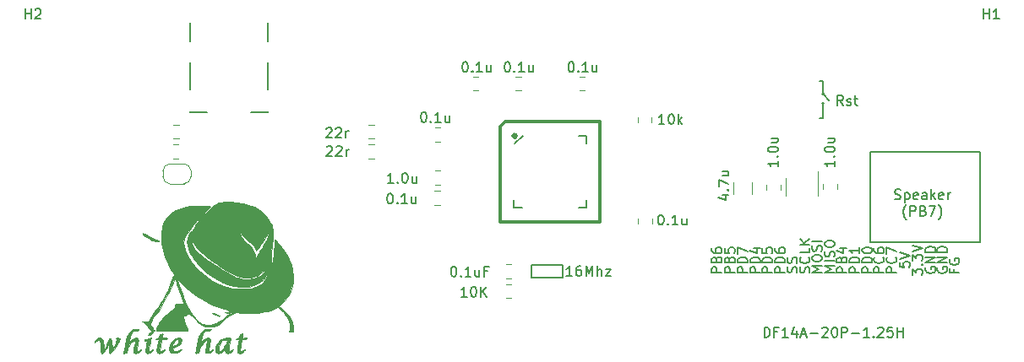
<source format=gbr>
G04 #@! TF.GenerationSoftware,KiCad,Pcbnew,(5.0.1-3-g963ef8bb5)*
G04 #@! TF.CreationDate,2019-03-09T14:34:52+08:00*
G04 #@! TF.ProjectId,fc660c,6663363630632E6B696361645F706362,rev?*
G04 #@! TF.SameCoordinates,Original*
G04 #@! TF.FileFunction,Legend,Top*
G04 #@! TF.FilePolarity,Positive*
%FSLAX46Y46*%
G04 Gerber Fmt 4.6, Leading zero omitted, Abs format (unit mm)*
G04 Created by KiCad (PCBNEW (5.0.1-3-g963ef8bb5)) date 2019 March 09, Saturday 14:34:52*
%MOMM*%
%LPD*%
G01*
G04 APERTURE LIST*
%ADD10C,0.150000*%
%ADD11C,0.200000*%
%ADD12C,0.120000*%
%ADD13C,0.152400*%
%ADD14C,0.127000*%
%ADD15C,0.304800*%
%ADD16C,0.340000*%
%ADD17C,0.010000*%
G04 APERTURE END LIST*
D10*
X236300971Y-95149942D02*
X236300971Y-95483276D01*
X236824780Y-95483276D02*
X235824780Y-95483276D01*
X235824780Y-95007085D01*
X235872400Y-94102323D02*
X235824780Y-94197561D01*
X235824780Y-94340419D01*
X235872400Y-94483276D01*
X235967638Y-94578514D01*
X236062876Y-94626133D01*
X236253352Y-94673752D01*
X236396209Y-94673752D01*
X236586685Y-94626133D01*
X236681923Y-94578514D01*
X236777161Y-94483276D01*
X236824780Y-94340419D01*
X236824780Y-94245180D01*
X236777161Y-94102323D01*
X236729542Y-94054704D01*
X236396209Y-94054704D01*
X236396209Y-94245180D01*
X234653200Y-94945104D02*
X234605580Y-95040342D01*
X234605580Y-95183200D01*
X234653200Y-95326057D01*
X234748438Y-95421295D01*
X234843676Y-95468914D01*
X235034152Y-95516533D01*
X235177009Y-95516533D01*
X235367485Y-95468914D01*
X235462723Y-95421295D01*
X235557961Y-95326057D01*
X235605580Y-95183200D01*
X235605580Y-95087961D01*
X235557961Y-94945104D01*
X235510342Y-94897485D01*
X235177009Y-94897485D01*
X235177009Y-95087961D01*
X235605580Y-94468914D02*
X234605580Y-94468914D01*
X235605580Y-93897485D01*
X234605580Y-93897485D01*
X235605580Y-93421295D02*
X234605580Y-93421295D01*
X234605580Y-93183200D01*
X234653200Y-93040342D01*
X234748438Y-92945104D01*
X234843676Y-92897485D01*
X235034152Y-92849866D01*
X235177009Y-92849866D01*
X235367485Y-92897485D01*
X235462723Y-92945104D01*
X235557961Y-93040342D01*
X235605580Y-93183200D01*
X235605580Y-93421295D01*
X233484800Y-94945104D02*
X233437180Y-95040342D01*
X233437180Y-95183200D01*
X233484800Y-95326057D01*
X233580038Y-95421295D01*
X233675276Y-95468914D01*
X233865752Y-95516533D01*
X234008609Y-95516533D01*
X234199085Y-95468914D01*
X234294323Y-95421295D01*
X234389561Y-95326057D01*
X234437180Y-95183200D01*
X234437180Y-95087961D01*
X234389561Y-94945104D01*
X234341942Y-94897485D01*
X234008609Y-94897485D01*
X234008609Y-95087961D01*
X234437180Y-94468914D02*
X233437180Y-94468914D01*
X234437180Y-93897485D01*
X233437180Y-93897485D01*
X234437180Y-93421295D02*
X233437180Y-93421295D01*
X233437180Y-93183200D01*
X233484800Y-93040342D01*
X233580038Y-92945104D01*
X233675276Y-92897485D01*
X233865752Y-92849866D01*
X234008609Y-92849866D01*
X234199085Y-92897485D01*
X234294323Y-92945104D01*
X234389561Y-93040342D01*
X234437180Y-93183200D01*
X234437180Y-93421295D01*
X232116380Y-95710190D02*
X232116380Y-95091142D01*
X232497333Y-95424476D01*
X232497333Y-95281619D01*
X232544952Y-95186380D01*
X232592571Y-95138761D01*
X232687809Y-95091142D01*
X232925904Y-95091142D01*
X233021142Y-95138761D01*
X233068761Y-95186380D01*
X233116380Y-95281619D01*
X233116380Y-95567333D01*
X233068761Y-95662571D01*
X233021142Y-95710190D01*
X233021142Y-94662571D02*
X233068761Y-94614952D01*
X233116380Y-94662571D01*
X233068761Y-94710190D01*
X233021142Y-94662571D01*
X233116380Y-94662571D01*
X232116380Y-94281619D02*
X232116380Y-93662571D01*
X232497333Y-93995904D01*
X232497333Y-93853047D01*
X232544952Y-93757809D01*
X232592571Y-93710190D01*
X232687809Y-93662571D01*
X232925904Y-93662571D01*
X233021142Y-93710190D01*
X233068761Y-93757809D01*
X233116380Y-93853047D01*
X233116380Y-94138761D01*
X233068761Y-94234000D01*
X233021142Y-94281619D01*
X232116380Y-93376857D02*
X233116380Y-93043523D01*
X232116380Y-92710190D01*
X230846380Y-94424476D02*
X230846380Y-94900666D01*
X231322571Y-94948285D01*
X231274952Y-94900666D01*
X231227333Y-94805428D01*
X231227333Y-94567333D01*
X231274952Y-94472095D01*
X231322571Y-94424476D01*
X231417809Y-94376857D01*
X231655904Y-94376857D01*
X231751142Y-94424476D01*
X231798761Y-94472095D01*
X231846380Y-94567333D01*
X231846380Y-94805428D01*
X231798761Y-94900666D01*
X231751142Y-94948285D01*
X230846380Y-94091142D02*
X231846380Y-93757809D01*
X230846380Y-93424476D01*
X230525580Y-95472095D02*
X229525580Y-95472095D01*
X229525580Y-95091142D01*
X229573200Y-94995904D01*
X229620819Y-94948285D01*
X229716057Y-94900666D01*
X229858914Y-94900666D01*
X229954152Y-94948285D01*
X230001771Y-94995904D01*
X230049390Y-95091142D01*
X230049390Y-95472095D01*
X230430342Y-93900666D02*
X230477961Y-93948285D01*
X230525580Y-94091142D01*
X230525580Y-94186380D01*
X230477961Y-94329238D01*
X230382723Y-94424476D01*
X230287485Y-94472095D01*
X230097009Y-94519714D01*
X229954152Y-94519714D01*
X229763676Y-94472095D01*
X229668438Y-94424476D01*
X229573200Y-94329238D01*
X229525580Y-94186380D01*
X229525580Y-94091142D01*
X229573200Y-93948285D01*
X229620819Y-93900666D01*
X229525580Y-93567333D02*
X229525580Y-92900666D01*
X230525580Y-93329238D01*
X229255580Y-95472095D02*
X228255580Y-95472095D01*
X228255580Y-95091142D01*
X228303200Y-94995904D01*
X228350819Y-94948285D01*
X228446057Y-94900666D01*
X228588914Y-94900666D01*
X228684152Y-94948285D01*
X228731771Y-94995904D01*
X228779390Y-95091142D01*
X228779390Y-95472095D01*
X229160342Y-93900666D02*
X229207961Y-93948285D01*
X229255580Y-94091142D01*
X229255580Y-94186380D01*
X229207961Y-94329238D01*
X229112723Y-94424476D01*
X229017485Y-94472095D01*
X228827009Y-94519714D01*
X228684152Y-94519714D01*
X228493676Y-94472095D01*
X228398438Y-94424476D01*
X228303200Y-94329238D01*
X228255580Y-94186380D01*
X228255580Y-94091142D01*
X228303200Y-93948285D01*
X228350819Y-93900666D01*
X228255580Y-93043523D02*
X228255580Y-93234000D01*
X228303200Y-93329238D01*
X228350819Y-93376857D01*
X228493676Y-93472095D01*
X228684152Y-93519714D01*
X229065104Y-93519714D01*
X229160342Y-93472095D01*
X229207961Y-93424476D01*
X229255580Y-93329238D01*
X229255580Y-93138761D01*
X229207961Y-93043523D01*
X229160342Y-92995904D01*
X229065104Y-92948285D01*
X228827009Y-92948285D01*
X228731771Y-92995904D01*
X228684152Y-93043523D01*
X228636533Y-93138761D01*
X228636533Y-93329238D01*
X228684152Y-93424476D01*
X228731771Y-93472095D01*
X228827009Y-93519714D01*
X228087180Y-95472095D02*
X227087180Y-95472095D01*
X227087180Y-95091142D01*
X227134800Y-94995904D01*
X227182419Y-94948285D01*
X227277657Y-94900666D01*
X227420514Y-94900666D01*
X227515752Y-94948285D01*
X227563371Y-94995904D01*
X227610990Y-95091142D01*
X227610990Y-95472095D01*
X228087180Y-94472095D02*
X227087180Y-94472095D01*
X227087180Y-94234000D01*
X227134800Y-94091142D01*
X227230038Y-93995904D01*
X227325276Y-93948285D01*
X227515752Y-93900666D01*
X227658609Y-93900666D01*
X227849085Y-93948285D01*
X227944323Y-93995904D01*
X228039561Y-94091142D01*
X228087180Y-94234000D01*
X228087180Y-94472095D01*
X227087180Y-93281619D02*
X227087180Y-93186380D01*
X227134800Y-93091142D01*
X227182419Y-93043523D01*
X227277657Y-92995904D01*
X227468133Y-92948285D01*
X227706228Y-92948285D01*
X227896704Y-92995904D01*
X227991942Y-93043523D01*
X228039561Y-93091142D01*
X228087180Y-93186380D01*
X228087180Y-93281619D01*
X228039561Y-93376857D01*
X227991942Y-93424476D01*
X227896704Y-93472095D01*
X227706228Y-93519714D01*
X227468133Y-93519714D01*
X227277657Y-93472095D01*
X227182419Y-93424476D01*
X227134800Y-93376857D01*
X227087180Y-93281619D01*
X226817180Y-95472095D02*
X225817180Y-95472095D01*
X225817180Y-95091142D01*
X225864800Y-94995904D01*
X225912419Y-94948285D01*
X226007657Y-94900666D01*
X226150514Y-94900666D01*
X226245752Y-94948285D01*
X226293371Y-94995904D01*
X226340990Y-95091142D01*
X226340990Y-95472095D01*
X226817180Y-94472095D02*
X225817180Y-94472095D01*
X225817180Y-94234000D01*
X225864800Y-94091142D01*
X225960038Y-93995904D01*
X226055276Y-93948285D01*
X226245752Y-93900666D01*
X226388609Y-93900666D01*
X226579085Y-93948285D01*
X226674323Y-93995904D01*
X226769561Y-94091142D01*
X226817180Y-94234000D01*
X226817180Y-94472095D01*
X226817180Y-92948285D02*
X226817180Y-93519714D01*
X226817180Y-93234000D02*
X225817180Y-93234000D01*
X225960038Y-93329238D01*
X226055276Y-93424476D01*
X226102895Y-93519714D01*
X225547180Y-95472095D02*
X224547180Y-95472095D01*
X224547180Y-95091142D01*
X224594800Y-94995904D01*
X224642419Y-94948285D01*
X224737657Y-94900666D01*
X224880514Y-94900666D01*
X224975752Y-94948285D01*
X225023371Y-94995904D01*
X225070990Y-95091142D01*
X225070990Y-95472095D01*
X225023371Y-94138761D02*
X225070990Y-93995904D01*
X225118609Y-93948285D01*
X225213847Y-93900666D01*
X225356704Y-93900666D01*
X225451942Y-93948285D01*
X225499561Y-93995904D01*
X225547180Y-94091142D01*
X225547180Y-94472095D01*
X224547180Y-94472095D01*
X224547180Y-94138761D01*
X224594800Y-94043523D01*
X224642419Y-93995904D01*
X224737657Y-93948285D01*
X224832895Y-93948285D01*
X224928133Y-93995904D01*
X224975752Y-94043523D01*
X225023371Y-94138761D01*
X225023371Y-94472095D01*
X224880514Y-93043523D02*
X225547180Y-93043523D01*
X224499561Y-93281619D02*
X225213847Y-93519714D01*
X225213847Y-92900666D01*
X224327980Y-95449828D02*
X223327980Y-95449828D01*
X224042266Y-95116495D01*
X223327980Y-94783161D01*
X224327980Y-94783161D01*
X224327980Y-94306971D02*
X223327980Y-94306971D01*
X224280361Y-93878400D02*
X224327980Y-93735542D01*
X224327980Y-93497447D01*
X224280361Y-93402209D01*
X224232742Y-93354590D01*
X224137504Y-93306971D01*
X224042266Y-93306971D01*
X223947028Y-93354590D01*
X223899409Y-93402209D01*
X223851790Y-93497447D01*
X223804171Y-93687923D01*
X223756552Y-93783161D01*
X223708933Y-93830780D01*
X223613695Y-93878400D01*
X223518457Y-93878400D01*
X223423219Y-93830780D01*
X223375600Y-93783161D01*
X223327980Y-93687923D01*
X223327980Y-93449828D01*
X223375600Y-93306971D01*
X223327980Y-92687923D02*
X223327980Y-92497447D01*
X223375600Y-92402209D01*
X223470838Y-92306971D01*
X223661314Y-92259352D01*
X223994647Y-92259352D01*
X224185123Y-92306971D01*
X224280361Y-92402209D01*
X224327980Y-92497447D01*
X224327980Y-92687923D01*
X224280361Y-92783161D01*
X224185123Y-92878400D01*
X223994647Y-92926019D01*
X223661314Y-92926019D01*
X223470838Y-92878400D01*
X223375600Y-92783161D01*
X223327980Y-92687923D01*
X223057980Y-95449828D02*
X222057980Y-95449828D01*
X222772266Y-95116495D01*
X222057980Y-94783161D01*
X223057980Y-94783161D01*
X222057980Y-94116495D02*
X222057980Y-93926019D01*
X222105600Y-93830780D01*
X222200838Y-93735542D01*
X222391314Y-93687923D01*
X222724647Y-93687923D01*
X222915123Y-93735542D01*
X223010361Y-93830780D01*
X223057980Y-93926019D01*
X223057980Y-94116495D01*
X223010361Y-94211733D01*
X222915123Y-94306971D01*
X222724647Y-94354590D01*
X222391314Y-94354590D01*
X222200838Y-94306971D01*
X222105600Y-94211733D01*
X222057980Y-94116495D01*
X223010361Y-93306971D02*
X223057980Y-93164114D01*
X223057980Y-92926019D01*
X223010361Y-92830780D01*
X222962742Y-92783161D01*
X222867504Y-92735542D01*
X222772266Y-92735542D01*
X222677028Y-92783161D01*
X222629409Y-92830780D01*
X222581790Y-92926019D01*
X222534171Y-93116495D01*
X222486552Y-93211733D01*
X222438933Y-93259352D01*
X222343695Y-93306971D01*
X222248457Y-93306971D01*
X222153219Y-93259352D01*
X222105600Y-93211733D01*
X222057980Y-93116495D01*
X222057980Y-92878400D01*
X222105600Y-92735542D01*
X223057980Y-92306971D02*
X222057980Y-92306971D01*
X221791161Y-95467276D02*
X221838780Y-95324419D01*
X221838780Y-95086323D01*
X221791161Y-94991085D01*
X221743542Y-94943466D01*
X221648304Y-94895847D01*
X221553066Y-94895847D01*
X221457828Y-94943466D01*
X221410209Y-94991085D01*
X221362590Y-95086323D01*
X221314971Y-95276800D01*
X221267352Y-95372038D01*
X221219733Y-95419657D01*
X221124495Y-95467276D01*
X221029257Y-95467276D01*
X220934019Y-95419657D01*
X220886400Y-95372038D01*
X220838780Y-95276800D01*
X220838780Y-95038704D01*
X220886400Y-94895847D01*
X221743542Y-93895847D02*
X221791161Y-93943466D01*
X221838780Y-94086323D01*
X221838780Y-94181561D01*
X221791161Y-94324419D01*
X221695923Y-94419657D01*
X221600685Y-94467276D01*
X221410209Y-94514895D01*
X221267352Y-94514895D01*
X221076876Y-94467276D01*
X220981638Y-94419657D01*
X220886400Y-94324419D01*
X220838780Y-94181561D01*
X220838780Y-94086323D01*
X220886400Y-93943466D01*
X220934019Y-93895847D01*
X221838780Y-92991085D02*
X221838780Y-93467276D01*
X220838780Y-93467276D01*
X221838780Y-92657752D02*
X220838780Y-92657752D01*
X221838780Y-92086323D02*
X221267352Y-92514895D01*
X220838780Y-92086323D02*
X221410209Y-92657752D01*
X220521161Y-95453104D02*
X220568780Y-95310247D01*
X220568780Y-95072152D01*
X220521161Y-94976914D01*
X220473542Y-94929295D01*
X220378304Y-94881676D01*
X220283066Y-94881676D01*
X220187828Y-94929295D01*
X220140209Y-94976914D01*
X220092590Y-95072152D01*
X220044971Y-95262628D01*
X219997352Y-95357866D01*
X219949733Y-95405485D01*
X219854495Y-95453104D01*
X219759257Y-95453104D01*
X219664019Y-95405485D01*
X219616400Y-95357866D01*
X219568780Y-95262628D01*
X219568780Y-95024533D01*
X219616400Y-94881676D01*
X220521161Y-94500723D02*
X220568780Y-94357866D01*
X220568780Y-94119771D01*
X220521161Y-94024533D01*
X220473542Y-93976914D01*
X220378304Y-93929295D01*
X220283066Y-93929295D01*
X220187828Y-93976914D01*
X220140209Y-94024533D01*
X220092590Y-94119771D01*
X220044971Y-94310247D01*
X219997352Y-94405485D01*
X219949733Y-94453104D01*
X219854495Y-94500723D01*
X219759257Y-94500723D01*
X219664019Y-94453104D01*
X219616400Y-94405485D01*
X219568780Y-94310247D01*
X219568780Y-94072152D01*
X219616400Y-93929295D01*
X219349580Y-95472095D02*
X218349580Y-95472095D01*
X218349580Y-95091142D01*
X218397200Y-94995904D01*
X218444819Y-94948285D01*
X218540057Y-94900666D01*
X218682914Y-94900666D01*
X218778152Y-94948285D01*
X218825771Y-94995904D01*
X218873390Y-95091142D01*
X218873390Y-95472095D01*
X219349580Y-94472095D02*
X218349580Y-94472095D01*
X218349580Y-94234000D01*
X218397200Y-94091142D01*
X218492438Y-93995904D01*
X218587676Y-93948285D01*
X218778152Y-93900666D01*
X218921009Y-93900666D01*
X219111485Y-93948285D01*
X219206723Y-93995904D01*
X219301961Y-94091142D01*
X219349580Y-94234000D01*
X219349580Y-94472095D01*
X218349580Y-93043523D02*
X218349580Y-93234000D01*
X218397200Y-93329238D01*
X218444819Y-93376857D01*
X218587676Y-93472095D01*
X218778152Y-93519714D01*
X219159104Y-93519714D01*
X219254342Y-93472095D01*
X219301961Y-93424476D01*
X219349580Y-93329238D01*
X219349580Y-93138761D01*
X219301961Y-93043523D01*
X219254342Y-92995904D01*
X219159104Y-92948285D01*
X218921009Y-92948285D01*
X218825771Y-92995904D01*
X218778152Y-93043523D01*
X218730533Y-93138761D01*
X218730533Y-93329238D01*
X218778152Y-93424476D01*
X218825771Y-93472095D01*
X218921009Y-93519714D01*
X218079580Y-95472095D02*
X217079580Y-95472095D01*
X217079580Y-95091142D01*
X217127200Y-94995904D01*
X217174819Y-94948285D01*
X217270057Y-94900666D01*
X217412914Y-94900666D01*
X217508152Y-94948285D01*
X217555771Y-94995904D01*
X217603390Y-95091142D01*
X217603390Y-95472095D01*
X218079580Y-94472095D02*
X217079580Y-94472095D01*
X217079580Y-94234000D01*
X217127200Y-94091142D01*
X217222438Y-93995904D01*
X217317676Y-93948285D01*
X217508152Y-93900666D01*
X217651009Y-93900666D01*
X217841485Y-93948285D01*
X217936723Y-93995904D01*
X218031961Y-94091142D01*
X218079580Y-94234000D01*
X218079580Y-94472095D01*
X217079580Y-92995904D02*
X217079580Y-93472095D01*
X217555771Y-93519714D01*
X217508152Y-93472095D01*
X217460533Y-93376857D01*
X217460533Y-93138761D01*
X217508152Y-93043523D01*
X217555771Y-92995904D01*
X217651009Y-92948285D01*
X217889104Y-92948285D01*
X217984342Y-92995904D01*
X218031961Y-93043523D01*
X218079580Y-93138761D01*
X218079580Y-93376857D01*
X218031961Y-93472095D01*
X217984342Y-93519714D01*
X216860380Y-95472095D02*
X215860380Y-95472095D01*
X215860380Y-95091142D01*
X215908000Y-94995904D01*
X215955619Y-94948285D01*
X216050857Y-94900666D01*
X216193714Y-94900666D01*
X216288952Y-94948285D01*
X216336571Y-94995904D01*
X216384190Y-95091142D01*
X216384190Y-95472095D01*
X216860380Y-94472095D02*
X215860380Y-94472095D01*
X215860380Y-94234000D01*
X215908000Y-94091142D01*
X216003238Y-93995904D01*
X216098476Y-93948285D01*
X216288952Y-93900666D01*
X216431809Y-93900666D01*
X216622285Y-93948285D01*
X216717523Y-93995904D01*
X216812761Y-94091142D01*
X216860380Y-94234000D01*
X216860380Y-94472095D01*
X216193714Y-93043523D02*
X216860380Y-93043523D01*
X215812761Y-93281619D02*
X216527047Y-93519714D01*
X216527047Y-92900666D01*
X215590380Y-95472095D02*
X214590380Y-95472095D01*
X214590380Y-95091142D01*
X214638000Y-94995904D01*
X214685619Y-94948285D01*
X214780857Y-94900666D01*
X214923714Y-94900666D01*
X215018952Y-94948285D01*
X215066571Y-94995904D01*
X215114190Y-95091142D01*
X215114190Y-95472095D01*
X215590380Y-94472095D02*
X214590380Y-94472095D01*
X214590380Y-94234000D01*
X214638000Y-94091142D01*
X214733238Y-93995904D01*
X214828476Y-93948285D01*
X215018952Y-93900666D01*
X215161809Y-93900666D01*
X215352285Y-93948285D01*
X215447523Y-93995904D01*
X215542761Y-94091142D01*
X215590380Y-94234000D01*
X215590380Y-94472095D01*
X214590380Y-93567333D02*
X214590380Y-92900666D01*
X215590380Y-93329238D01*
X214320380Y-95472095D02*
X213320380Y-95472095D01*
X213320380Y-95091142D01*
X213368000Y-94995904D01*
X213415619Y-94948285D01*
X213510857Y-94900666D01*
X213653714Y-94900666D01*
X213748952Y-94948285D01*
X213796571Y-94995904D01*
X213844190Y-95091142D01*
X213844190Y-95472095D01*
X213796571Y-94138761D02*
X213844190Y-93995904D01*
X213891809Y-93948285D01*
X213987047Y-93900666D01*
X214129904Y-93900666D01*
X214225142Y-93948285D01*
X214272761Y-93995904D01*
X214320380Y-94091142D01*
X214320380Y-94472095D01*
X213320380Y-94472095D01*
X213320380Y-94138761D01*
X213368000Y-94043523D01*
X213415619Y-93995904D01*
X213510857Y-93948285D01*
X213606095Y-93948285D01*
X213701333Y-93995904D01*
X213748952Y-94043523D01*
X213796571Y-94138761D01*
X213796571Y-94472095D01*
X213320380Y-92995904D02*
X213320380Y-93472095D01*
X213796571Y-93519714D01*
X213748952Y-93472095D01*
X213701333Y-93376857D01*
X213701333Y-93138761D01*
X213748952Y-93043523D01*
X213796571Y-92995904D01*
X213891809Y-92948285D01*
X214129904Y-92948285D01*
X214225142Y-92995904D01*
X214272761Y-93043523D01*
X214320380Y-93138761D01*
X214320380Y-93376857D01*
X214272761Y-93472095D01*
X214225142Y-93519714D01*
X212999580Y-95472095D02*
X211999580Y-95472095D01*
X211999580Y-95091142D01*
X212047200Y-94995904D01*
X212094819Y-94948285D01*
X212190057Y-94900666D01*
X212332914Y-94900666D01*
X212428152Y-94948285D01*
X212475771Y-94995904D01*
X212523390Y-95091142D01*
X212523390Y-95472095D01*
X212475771Y-94138761D02*
X212523390Y-93995904D01*
X212571009Y-93948285D01*
X212666247Y-93900666D01*
X212809104Y-93900666D01*
X212904342Y-93948285D01*
X212951961Y-93995904D01*
X212999580Y-94091142D01*
X212999580Y-94472095D01*
X211999580Y-94472095D01*
X211999580Y-94138761D01*
X212047200Y-94043523D01*
X212094819Y-93995904D01*
X212190057Y-93948285D01*
X212285295Y-93948285D01*
X212380533Y-93995904D01*
X212428152Y-94043523D01*
X212475771Y-94138761D01*
X212475771Y-94472095D01*
X211999580Y-93043523D02*
X211999580Y-93234000D01*
X212047200Y-93329238D01*
X212094819Y-93376857D01*
X212237676Y-93472095D01*
X212428152Y-93519714D01*
X212809104Y-93519714D01*
X212904342Y-93472095D01*
X212951961Y-93424476D01*
X212999580Y-93329238D01*
X212999580Y-93138761D01*
X212951961Y-93043523D01*
X212904342Y-92995904D01*
X212809104Y-92948285D01*
X212571009Y-92948285D01*
X212475771Y-92995904D01*
X212428152Y-93043523D01*
X212380533Y-93138761D01*
X212380533Y-93329238D01*
X212428152Y-93424476D01*
X212475771Y-93472095D01*
X212571009Y-93519714D01*
X217278819Y-101950780D02*
X217278819Y-100950780D01*
X217516914Y-100950780D01*
X217659771Y-100998400D01*
X217755009Y-101093638D01*
X217802628Y-101188876D01*
X217850247Y-101379352D01*
X217850247Y-101522209D01*
X217802628Y-101712685D01*
X217755009Y-101807923D01*
X217659771Y-101903161D01*
X217516914Y-101950780D01*
X217278819Y-101950780D01*
X218612152Y-101426971D02*
X218278819Y-101426971D01*
X218278819Y-101950780D02*
X218278819Y-100950780D01*
X218755009Y-100950780D01*
X219659771Y-101950780D02*
X219088342Y-101950780D01*
X219374057Y-101950780D02*
X219374057Y-100950780D01*
X219278819Y-101093638D01*
X219183580Y-101188876D01*
X219088342Y-101236495D01*
X220516914Y-101284114D02*
X220516914Y-101950780D01*
X220278819Y-100903161D02*
X220040723Y-101617447D01*
X220659771Y-101617447D01*
X220993104Y-101665066D02*
X221469295Y-101665066D01*
X220897866Y-101950780D02*
X221231200Y-100950780D01*
X221564533Y-101950780D01*
X221897866Y-101569828D02*
X222659771Y-101569828D01*
X223088342Y-101046019D02*
X223135961Y-100998400D01*
X223231200Y-100950780D01*
X223469295Y-100950780D01*
X223564533Y-100998400D01*
X223612152Y-101046019D01*
X223659771Y-101141257D01*
X223659771Y-101236495D01*
X223612152Y-101379352D01*
X223040723Y-101950780D01*
X223659771Y-101950780D01*
X224278819Y-100950780D02*
X224374057Y-100950780D01*
X224469295Y-100998400D01*
X224516914Y-101046019D01*
X224564533Y-101141257D01*
X224612152Y-101331733D01*
X224612152Y-101569828D01*
X224564533Y-101760304D01*
X224516914Y-101855542D01*
X224469295Y-101903161D01*
X224374057Y-101950780D01*
X224278819Y-101950780D01*
X224183580Y-101903161D01*
X224135961Y-101855542D01*
X224088342Y-101760304D01*
X224040723Y-101569828D01*
X224040723Y-101331733D01*
X224088342Y-101141257D01*
X224135961Y-101046019D01*
X224183580Y-100998400D01*
X224278819Y-100950780D01*
X225040723Y-101950780D02*
X225040723Y-100950780D01*
X225421676Y-100950780D01*
X225516914Y-100998400D01*
X225564533Y-101046019D01*
X225612152Y-101141257D01*
X225612152Y-101284114D01*
X225564533Y-101379352D01*
X225516914Y-101426971D01*
X225421676Y-101474590D01*
X225040723Y-101474590D01*
X226040723Y-101569828D02*
X226802628Y-101569828D01*
X227802628Y-101950780D02*
X227231200Y-101950780D01*
X227516914Y-101950780D02*
X227516914Y-100950780D01*
X227421676Y-101093638D01*
X227326438Y-101188876D01*
X227231200Y-101236495D01*
X228231200Y-101855542D02*
X228278819Y-101903161D01*
X228231200Y-101950780D01*
X228183580Y-101903161D01*
X228231200Y-101855542D01*
X228231200Y-101950780D01*
X228659771Y-101046019D02*
X228707390Y-100998400D01*
X228802628Y-100950780D01*
X229040723Y-100950780D01*
X229135961Y-100998400D01*
X229183580Y-101046019D01*
X229231200Y-101141257D01*
X229231200Y-101236495D01*
X229183580Y-101379352D01*
X228612152Y-101950780D01*
X229231200Y-101950780D01*
X230135961Y-100950780D02*
X229659771Y-100950780D01*
X229612152Y-101426971D01*
X229659771Y-101379352D01*
X229755009Y-101331733D01*
X229993104Y-101331733D01*
X230088342Y-101379352D01*
X230135961Y-101426971D01*
X230183580Y-101522209D01*
X230183580Y-101760304D01*
X230135961Y-101855542D01*
X230088342Y-101903161D01*
X229993104Y-101950780D01*
X229755009Y-101950780D01*
X229659771Y-101903161D01*
X229612152Y-101855542D01*
X230612152Y-101950780D02*
X230612152Y-100950780D01*
X230612152Y-101426971D02*
X231183580Y-101426971D01*
X231183580Y-101950780D02*
X231183580Y-100950780D01*
X230359295Y-88073361D02*
X230502152Y-88120980D01*
X230740247Y-88120980D01*
X230835485Y-88073361D01*
X230883104Y-88025742D01*
X230930723Y-87930504D01*
X230930723Y-87835266D01*
X230883104Y-87740028D01*
X230835485Y-87692409D01*
X230740247Y-87644790D01*
X230549771Y-87597171D01*
X230454533Y-87549552D01*
X230406914Y-87501933D01*
X230359295Y-87406695D01*
X230359295Y-87311457D01*
X230406914Y-87216219D01*
X230454533Y-87168600D01*
X230549771Y-87120980D01*
X230787866Y-87120980D01*
X230930723Y-87168600D01*
X231359295Y-87454314D02*
X231359295Y-88454314D01*
X231359295Y-87501933D02*
X231454533Y-87454314D01*
X231645009Y-87454314D01*
X231740247Y-87501933D01*
X231787866Y-87549552D01*
X231835485Y-87644790D01*
X231835485Y-87930504D01*
X231787866Y-88025742D01*
X231740247Y-88073361D01*
X231645009Y-88120980D01*
X231454533Y-88120980D01*
X231359295Y-88073361D01*
X232645009Y-88073361D02*
X232549771Y-88120980D01*
X232359295Y-88120980D01*
X232264057Y-88073361D01*
X232216438Y-87978123D01*
X232216438Y-87597171D01*
X232264057Y-87501933D01*
X232359295Y-87454314D01*
X232549771Y-87454314D01*
X232645009Y-87501933D01*
X232692628Y-87597171D01*
X232692628Y-87692409D01*
X232216438Y-87787647D01*
X233549771Y-88120980D02*
X233549771Y-87597171D01*
X233502152Y-87501933D01*
X233406914Y-87454314D01*
X233216438Y-87454314D01*
X233121200Y-87501933D01*
X233549771Y-88073361D02*
X233454533Y-88120980D01*
X233216438Y-88120980D01*
X233121200Y-88073361D01*
X233073580Y-87978123D01*
X233073580Y-87882885D01*
X233121200Y-87787647D01*
X233216438Y-87740028D01*
X233454533Y-87740028D01*
X233549771Y-87692409D01*
X234025961Y-88120980D02*
X234025961Y-87120980D01*
X234121200Y-87740028D02*
X234406914Y-88120980D01*
X234406914Y-87454314D02*
X234025961Y-87835266D01*
X235216438Y-88073361D02*
X235121200Y-88120980D01*
X234930723Y-88120980D01*
X234835485Y-88073361D01*
X234787866Y-87978123D01*
X234787866Y-87597171D01*
X234835485Y-87501933D01*
X234930723Y-87454314D01*
X235121200Y-87454314D01*
X235216438Y-87501933D01*
X235264057Y-87597171D01*
X235264057Y-87692409D01*
X234787866Y-87787647D01*
X235692628Y-88120980D02*
X235692628Y-87454314D01*
X235692628Y-87644790D02*
X235740247Y-87549552D01*
X235787866Y-87501933D01*
X235883104Y-87454314D01*
X235978342Y-87454314D01*
X231502152Y-90151933D02*
X231454533Y-90104314D01*
X231359295Y-89961457D01*
X231311676Y-89866219D01*
X231264057Y-89723361D01*
X231216438Y-89485266D01*
X231216438Y-89294790D01*
X231264057Y-89056695D01*
X231311676Y-88913838D01*
X231359295Y-88818600D01*
X231454533Y-88675742D01*
X231502152Y-88628123D01*
X231883104Y-89770980D02*
X231883104Y-88770980D01*
X232264057Y-88770980D01*
X232359295Y-88818600D01*
X232406914Y-88866219D01*
X232454533Y-88961457D01*
X232454533Y-89104314D01*
X232406914Y-89199552D01*
X232359295Y-89247171D01*
X232264057Y-89294790D01*
X231883104Y-89294790D01*
X233216438Y-89247171D02*
X233359295Y-89294790D01*
X233406914Y-89342409D01*
X233454533Y-89437647D01*
X233454533Y-89580504D01*
X233406914Y-89675742D01*
X233359295Y-89723361D01*
X233264057Y-89770980D01*
X232883104Y-89770980D01*
X232883104Y-88770980D01*
X233216438Y-88770980D01*
X233311676Y-88818600D01*
X233359295Y-88866219D01*
X233406914Y-88961457D01*
X233406914Y-89056695D01*
X233359295Y-89151933D01*
X233311676Y-89199552D01*
X233216438Y-89247171D01*
X232883104Y-89247171D01*
X233787866Y-88770980D02*
X234454533Y-88770980D01*
X234025961Y-89770980D01*
X234740247Y-90151933D02*
X234787866Y-90104314D01*
X234883104Y-89961457D01*
X234930723Y-89866219D01*
X234978342Y-89723361D01*
X235025961Y-89485266D01*
X235025961Y-89294790D01*
X234978342Y-89056695D01*
X234930723Y-88913838D01*
X234883104Y-88818600D01*
X234787866Y-88675742D01*
X234740247Y-88628123D01*
D11*
X223215200Y-77571600D02*
X223723200Y-78181200D01*
X223164400Y-76200000D02*
X222808800Y-76200000D01*
X223164400Y-79959200D02*
X222808800Y-79959200D01*
X223164400Y-78486000D02*
X223164400Y-79908400D01*
X223164400Y-76200000D02*
X223164400Y-77520800D01*
X223266000Y-77520800D02*
G75*
G03X223266000Y-77520800I-101600J0D01*
G01*
X223266000Y-78486000D02*
G75*
G03X223266000Y-78486000I-101600J0D01*
G01*
D10*
X225171047Y-78684380D02*
X224837714Y-78208190D01*
X224599619Y-78684380D02*
X224599619Y-77684380D01*
X224980571Y-77684380D01*
X225075809Y-77732000D01*
X225123428Y-77779619D01*
X225171047Y-77874857D01*
X225171047Y-78017714D01*
X225123428Y-78112952D01*
X225075809Y-78160571D01*
X224980571Y-78208190D01*
X224599619Y-78208190D01*
X225552000Y-78636761D02*
X225647238Y-78684380D01*
X225837714Y-78684380D01*
X225932952Y-78636761D01*
X225980571Y-78541523D01*
X225980571Y-78493904D01*
X225932952Y-78398666D01*
X225837714Y-78351047D01*
X225694857Y-78351047D01*
X225599619Y-78303428D01*
X225552000Y-78208190D01*
X225552000Y-78160571D01*
X225599619Y-78065333D01*
X225694857Y-78017714D01*
X225837714Y-78017714D01*
X225932952Y-78065333D01*
X226266285Y-78017714D02*
X226647238Y-78017714D01*
X226409142Y-77684380D02*
X226409142Y-78541523D01*
X226456761Y-78636761D01*
X226552000Y-78684380D01*
X226647238Y-78684380D01*
X213044114Y-87691790D02*
X213710780Y-87691790D01*
X212663161Y-87929885D02*
X213377447Y-88167980D01*
X213377447Y-87548933D01*
X213615542Y-87167980D02*
X213663161Y-87120361D01*
X213710780Y-87167980D01*
X213663161Y-87215600D01*
X213615542Y-87167980D01*
X213710780Y-87167980D01*
X212710780Y-86787028D02*
X212710780Y-86120361D01*
X213710780Y-86548933D01*
X213044114Y-85310838D02*
X213710780Y-85310838D01*
X213044114Y-85739409D02*
X213567923Y-85739409D01*
X213663161Y-85691790D01*
X213710780Y-85596552D01*
X213710780Y-85453695D01*
X213663161Y-85358457D01*
X213615542Y-85310838D01*
X218638380Y-84243752D02*
X218638380Y-84815180D01*
X218638380Y-84529466D02*
X217638380Y-84529466D01*
X217781238Y-84624704D01*
X217876476Y-84719942D01*
X217924095Y-84815180D01*
X218543142Y-83815180D02*
X218590761Y-83767561D01*
X218638380Y-83815180D01*
X218590761Y-83862800D01*
X218543142Y-83815180D01*
X218638380Y-83815180D01*
X217638380Y-83148514D02*
X217638380Y-83053276D01*
X217686000Y-82958038D01*
X217733619Y-82910419D01*
X217828857Y-82862800D01*
X218019333Y-82815180D01*
X218257428Y-82815180D01*
X218447904Y-82862800D01*
X218543142Y-82910419D01*
X218590761Y-82958038D01*
X218638380Y-83053276D01*
X218638380Y-83148514D01*
X218590761Y-83243752D01*
X218543142Y-83291371D01*
X218447904Y-83338990D01*
X218257428Y-83386609D01*
X218019333Y-83386609D01*
X217828857Y-83338990D01*
X217733619Y-83291371D01*
X217686000Y-83243752D01*
X217638380Y-83148514D01*
X217971714Y-81958038D02*
X218638380Y-81958038D01*
X217971714Y-82386609D02*
X218495523Y-82386609D01*
X218590761Y-82338990D01*
X218638380Y-82243752D01*
X218638380Y-82100895D01*
X218590761Y-82005657D01*
X218543142Y-81958038D01*
X224327980Y-84243752D02*
X224327980Y-84815180D01*
X224327980Y-84529466D02*
X223327980Y-84529466D01*
X223470838Y-84624704D01*
X223566076Y-84719942D01*
X223613695Y-84815180D01*
X224232742Y-83815180D02*
X224280361Y-83767561D01*
X224327980Y-83815180D01*
X224280361Y-83862800D01*
X224232742Y-83815180D01*
X224327980Y-83815180D01*
X223327980Y-83148514D02*
X223327980Y-83053276D01*
X223375600Y-82958038D01*
X223423219Y-82910419D01*
X223518457Y-82862800D01*
X223708933Y-82815180D01*
X223947028Y-82815180D01*
X224137504Y-82862800D01*
X224232742Y-82910419D01*
X224280361Y-82958038D01*
X224327980Y-83053276D01*
X224327980Y-83148514D01*
X224280361Y-83243752D01*
X224232742Y-83291371D01*
X224137504Y-83338990D01*
X223947028Y-83386609D01*
X223708933Y-83386609D01*
X223518457Y-83338990D01*
X223423219Y-83291371D01*
X223375600Y-83243752D01*
X223327980Y-83148514D01*
X223661314Y-81958038D02*
X224327980Y-81958038D01*
X223661314Y-82386609D02*
X224185123Y-82386609D01*
X224280361Y-82338990D01*
X224327980Y-82243752D01*
X224327980Y-82100895D01*
X224280361Y-82005657D01*
X224232742Y-81958038D01*
X198024952Y-95803980D02*
X197453523Y-95803980D01*
X197739238Y-95803980D02*
X197739238Y-94803980D01*
X197644000Y-94946838D01*
X197548761Y-95042076D01*
X197453523Y-95089695D01*
X198882095Y-94803980D02*
X198691619Y-94803980D01*
X198596380Y-94851600D01*
X198548761Y-94899219D01*
X198453523Y-95042076D01*
X198405904Y-95232552D01*
X198405904Y-95613504D01*
X198453523Y-95708742D01*
X198501142Y-95756361D01*
X198596380Y-95803980D01*
X198786857Y-95803980D01*
X198882095Y-95756361D01*
X198929714Y-95708742D01*
X198977333Y-95613504D01*
X198977333Y-95375409D01*
X198929714Y-95280171D01*
X198882095Y-95232552D01*
X198786857Y-95184933D01*
X198596380Y-95184933D01*
X198501142Y-95232552D01*
X198453523Y-95280171D01*
X198405904Y-95375409D01*
X199405904Y-95803980D02*
X199405904Y-94803980D01*
X199739238Y-95518266D01*
X200072571Y-94803980D01*
X200072571Y-95803980D01*
X200548761Y-95803980D02*
X200548761Y-94803980D01*
X200977333Y-95803980D02*
X200977333Y-95280171D01*
X200929714Y-95184933D01*
X200834476Y-95137314D01*
X200691619Y-95137314D01*
X200596380Y-95184933D01*
X200548761Y-95232552D01*
X201358285Y-95137314D02*
X201882095Y-95137314D01*
X201358285Y-95803980D01*
X201882095Y-95803980D01*
X180119447Y-86456780D02*
X179548019Y-86456780D01*
X179833733Y-86456780D02*
X179833733Y-85456780D01*
X179738495Y-85599638D01*
X179643257Y-85694876D01*
X179548019Y-85742495D01*
X180548019Y-86361542D02*
X180595638Y-86409161D01*
X180548019Y-86456780D01*
X180500400Y-86409161D01*
X180548019Y-86361542D01*
X180548019Y-86456780D01*
X181214685Y-85456780D02*
X181309923Y-85456780D01*
X181405161Y-85504400D01*
X181452780Y-85552019D01*
X181500400Y-85647257D01*
X181548019Y-85837733D01*
X181548019Y-86075828D01*
X181500400Y-86266304D01*
X181452780Y-86361542D01*
X181405161Y-86409161D01*
X181309923Y-86456780D01*
X181214685Y-86456780D01*
X181119447Y-86409161D01*
X181071828Y-86361542D01*
X181024209Y-86266304D01*
X180976590Y-86075828D01*
X180976590Y-85837733D01*
X181024209Y-85647257D01*
X181071828Y-85552019D01*
X181119447Y-85504400D01*
X181214685Y-85456780D01*
X182405161Y-85790114D02*
X182405161Y-86456780D01*
X181976590Y-85790114D02*
X181976590Y-86313923D01*
X182024209Y-86409161D01*
X182119447Y-86456780D01*
X182262304Y-86456780D01*
X182357542Y-86409161D01*
X182405161Y-86361542D01*
X173426571Y-82859619D02*
X173474190Y-82812000D01*
X173569428Y-82764380D01*
X173807523Y-82764380D01*
X173902761Y-82812000D01*
X173950380Y-82859619D01*
X173998000Y-82954857D01*
X173998000Y-83050095D01*
X173950380Y-83192952D01*
X173378952Y-83764380D01*
X173998000Y-83764380D01*
X174378952Y-82859619D02*
X174426571Y-82812000D01*
X174521809Y-82764380D01*
X174759904Y-82764380D01*
X174855142Y-82812000D01*
X174902761Y-82859619D01*
X174950380Y-82954857D01*
X174950380Y-83050095D01*
X174902761Y-83192952D01*
X174331333Y-83764380D01*
X174950380Y-83764380D01*
X175378952Y-83764380D02*
X175378952Y-83097714D01*
X175378952Y-83288190D02*
X175426571Y-83192952D01*
X175474190Y-83145333D01*
X175569428Y-83097714D01*
X175664666Y-83097714D01*
X173375771Y-81030819D02*
X173423390Y-80983200D01*
X173518628Y-80935580D01*
X173756723Y-80935580D01*
X173851961Y-80983200D01*
X173899580Y-81030819D01*
X173947200Y-81126057D01*
X173947200Y-81221295D01*
X173899580Y-81364152D01*
X173328152Y-81935580D01*
X173947200Y-81935580D01*
X174328152Y-81030819D02*
X174375771Y-80983200D01*
X174471009Y-80935580D01*
X174709104Y-80935580D01*
X174804342Y-80983200D01*
X174851961Y-81030819D01*
X174899580Y-81126057D01*
X174899580Y-81221295D01*
X174851961Y-81364152D01*
X174280533Y-81935580D01*
X174899580Y-81935580D01*
X175328152Y-81935580D02*
X175328152Y-81268914D01*
X175328152Y-81459390D02*
X175375771Y-81364152D01*
X175423390Y-81316533D01*
X175518628Y-81268914D01*
X175613866Y-81268914D01*
X186113942Y-94854780D02*
X186209180Y-94854780D01*
X186304419Y-94902400D01*
X186352038Y-94950019D01*
X186399657Y-95045257D01*
X186447276Y-95235733D01*
X186447276Y-95473828D01*
X186399657Y-95664304D01*
X186352038Y-95759542D01*
X186304419Y-95807161D01*
X186209180Y-95854780D01*
X186113942Y-95854780D01*
X186018704Y-95807161D01*
X185971085Y-95759542D01*
X185923466Y-95664304D01*
X185875847Y-95473828D01*
X185875847Y-95235733D01*
X185923466Y-95045257D01*
X185971085Y-94950019D01*
X186018704Y-94902400D01*
X186113942Y-94854780D01*
X186875847Y-95759542D02*
X186923466Y-95807161D01*
X186875847Y-95854780D01*
X186828228Y-95807161D01*
X186875847Y-95759542D01*
X186875847Y-95854780D01*
X187875847Y-95854780D02*
X187304419Y-95854780D01*
X187590133Y-95854780D02*
X187590133Y-94854780D01*
X187494895Y-94997638D01*
X187399657Y-95092876D01*
X187304419Y-95140495D01*
X188732990Y-95188114D02*
X188732990Y-95854780D01*
X188304419Y-95188114D02*
X188304419Y-95711923D01*
X188352038Y-95807161D01*
X188447276Y-95854780D01*
X188590133Y-95854780D01*
X188685371Y-95807161D01*
X188732990Y-95759542D01*
X189542514Y-95330971D02*
X189209180Y-95330971D01*
X189209180Y-95854780D02*
X189209180Y-94854780D01*
X189685371Y-94854780D01*
X187472723Y-97886780D02*
X186901295Y-97886780D01*
X187187009Y-97886780D02*
X187187009Y-96886780D01*
X187091771Y-97029638D01*
X186996533Y-97124876D01*
X186901295Y-97172495D01*
X188091771Y-96886780D02*
X188187009Y-96886780D01*
X188282247Y-96934400D01*
X188329866Y-96982019D01*
X188377485Y-97077257D01*
X188425104Y-97267733D01*
X188425104Y-97505828D01*
X188377485Y-97696304D01*
X188329866Y-97791542D01*
X188282247Y-97839161D01*
X188187009Y-97886780D01*
X188091771Y-97886780D01*
X187996533Y-97839161D01*
X187948914Y-97791542D01*
X187901295Y-97696304D01*
X187853676Y-97505828D01*
X187853676Y-97267733D01*
X187901295Y-97077257D01*
X187948914Y-96982019D01*
X187996533Y-96934400D01*
X188091771Y-96886780D01*
X188853676Y-97886780D02*
X188853676Y-96886780D01*
X189425104Y-97886780D02*
X188996533Y-97315352D01*
X189425104Y-96886780D02*
X188853676Y-97458209D01*
X207278361Y-80563980D02*
X206706933Y-80563980D01*
X206992647Y-80563980D02*
X206992647Y-79563980D01*
X206897409Y-79706838D01*
X206802171Y-79802076D01*
X206706933Y-79849695D01*
X207897409Y-79563980D02*
X207992647Y-79563980D01*
X208087885Y-79611600D01*
X208135504Y-79659219D01*
X208183123Y-79754457D01*
X208230742Y-79944933D01*
X208230742Y-80183028D01*
X208183123Y-80373504D01*
X208135504Y-80468742D01*
X208087885Y-80516361D01*
X207992647Y-80563980D01*
X207897409Y-80563980D01*
X207802171Y-80516361D01*
X207754552Y-80468742D01*
X207706933Y-80373504D01*
X207659314Y-80183028D01*
X207659314Y-79944933D01*
X207706933Y-79754457D01*
X207754552Y-79659219D01*
X207802171Y-79611600D01*
X207897409Y-79563980D01*
X208659314Y-80563980D02*
X208659314Y-79563980D01*
X208754552Y-80183028D02*
X209040266Y-80563980D01*
X209040266Y-79897314D02*
X208659314Y-80278266D01*
X206862514Y-89673180D02*
X206957752Y-89673180D01*
X207052990Y-89720800D01*
X207100609Y-89768419D01*
X207148228Y-89863657D01*
X207195847Y-90054133D01*
X207195847Y-90292228D01*
X207148228Y-90482704D01*
X207100609Y-90577942D01*
X207052990Y-90625561D01*
X206957752Y-90673180D01*
X206862514Y-90673180D01*
X206767276Y-90625561D01*
X206719657Y-90577942D01*
X206672038Y-90482704D01*
X206624419Y-90292228D01*
X206624419Y-90054133D01*
X206672038Y-89863657D01*
X206719657Y-89768419D01*
X206767276Y-89720800D01*
X206862514Y-89673180D01*
X207624419Y-90577942D02*
X207672038Y-90625561D01*
X207624419Y-90673180D01*
X207576800Y-90625561D01*
X207624419Y-90577942D01*
X207624419Y-90673180D01*
X208624419Y-90673180D02*
X208052990Y-90673180D01*
X208338704Y-90673180D02*
X208338704Y-89673180D01*
X208243466Y-89816038D01*
X208148228Y-89911276D01*
X208052990Y-89958895D01*
X209481561Y-90006514D02*
X209481561Y-90673180D01*
X209052990Y-90006514D02*
X209052990Y-90530323D01*
X209100609Y-90625561D01*
X209195847Y-90673180D01*
X209338704Y-90673180D01*
X209433942Y-90625561D01*
X209481561Y-90577942D01*
X187253714Y-74331580D02*
X187348952Y-74331580D01*
X187444190Y-74379200D01*
X187491809Y-74426819D01*
X187539428Y-74522057D01*
X187587047Y-74712533D01*
X187587047Y-74950628D01*
X187539428Y-75141104D01*
X187491809Y-75236342D01*
X187444190Y-75283961D01*
X187348952Y-75331580D01*
X187253714Y-75331580D01*
X187158476Y-75283961D01*
X187110857Y-75236342D01*
X187063238Y-75141104D01*
X187015619Y-74950628D01*
X187015619Y-74712533D01*
X187063238Y-74522057D01*
X187110857Y-74426819D01*
X187158476Y-74379200D01*
X187253714Y-74331580D01*
X188015619Y-75236342D02*
X188063238Y-75283961D01*
X188015619Y-75331580D01*
X187968000Y-75283961D01*
X188015619Y-75236342D01*
X188015619Y-75331580D01*
X189015619Y-75331580D02*
X188444190Y-75331580D01*
X188729904Y-75331580D02*
X188729904Y-74331580D01*
X188634666Y-74474438D01*
X188539428Y-74569676D01*
X188444190Y-74617295D01*
X189872761Y-74664914D02*
X189872761Y-75331580D01*
X189444190Y-74664914D02*
X189444190Y-75188723D01*
X189491809Y-75283961D01*
X189587047Y-75331580D01*
X189729904Y-75331580D01*
X189825142Y-75283961D01*
X189872761Y-75236342D01*
X197870914Y-74331580D02*
X197966152Y-74331580D01*
X198061390Y-74379200D01*
X198109009Y-74426819D01*
X198156628Y-74522057D01*
X198204247Y-74712533D01*
X198204247Y-74950628D01*
X198156628Y-75141104D01*
X198109009Y-75236342D01*
X198061390Y-75283961D01*
X197966152Y-75331580D01*
X197870914Y-75331580D01*
X197775676Y-75283961D01*
X197728057Y-75236342D01*
X197680438Y-75141104D01*
X197632819Y-74950628D01*
X197632819Y-74712533D01*
X197680438Y-74522057D01*
X197728057Y-74426819D01*
X197775676Y-74379200D01*
X197870914Y-74331580D01*
X198632819Y-75236342D02*
X198680438Y-75283961D01*
X198632819Y-75331580D01*
X198585200Y-75283961D01*
X198632819Y-75236342D01*
X198632819Y-75331580D01*
X199632819Y-75331580D02*
X199061390Y-75331580D01*
X199347104Y-75331580D02*
X199347104Y-74331580D01*
X199251866Y-74474438D01*
X199156628Y-74569676D01*
X199061390Y-74617295D01*
X200489961Y-74664914D02*
X200489961Y-75331580D01*
X200061390Y-74664914D02*
X200061390Y-75188723D01*
X200109009Y-75283961D01*
X200204247Y-75331580D01*
X200347104Y-75331580D01*
X200442342Y-75283961D01*
X200489961Y-75236342D01*
X191470114Y-74331580D02*
X191565352Y-74331580D01*
X191660590Y-74379200D01*
X191708209Y-74426819D01*
X191755828Y-74522057D01*
X191803447Y-74712533D01*
X191803447Y-74950628D01*
X191755828Y-75141104D01*
X191708209Y-75236342D01*
X191660590Y-75283961D01*
X191565352Y-75331580D01*
X191470114Y-75331580D01*
X191374876Y-75283961D01*
X191327257Y-75236342D01*
X191279638Y-75141104D01*
X191232019Y-74950628D01*
X191232019Y-74712533D01*
X191279638Y-74522057D01*
X191327257Y-74426819D01*
X191374876Y-74379200D01*
X191470114Y-74331580D01*
X192232019Y-75236342D02*
X192279638Y-75283961D01*
X192232019Y-75331580D01*
X192184400Y-75283961D01*
X192232019Y-75236342D01*
X192232019Y-75331580D01*
X193232019Y-75331580D02*
X192660590Y-75331580D01*
X192946304Y-75331580D02*
X192946304Y-74331580D01*
X192851066Y-74474438D01*
X192755828Y-74569676D01*
X192660590Y-74617295D01*
X194089161Y-74664914D02*
X194089161Y-75331580D01*
X193660590Y-74664914D02*
X193660590Y-75188723D01*
X193708209Y-75283961D01*
X193803447Y-75331580D01*
X193946304Y-75331580D01*
X194041542Y-75283961D01*
X194089161Y-75236342D01*
X183088114Y-79360780D02*
X183183352Y-79360780D01*
X183278590Y-79408400D01*
X183326209Y-79456019D01*
X183373828Y-79551257D01*
X183421447Y-79741733D01*
X183421447Y-79979828D01*
X183373828Y-80170304D01*
X183326209Y-80265542D01*
X183278590Y-80313161D01*
X183183352Y-80360780D01*
X183088114Y-80360780D01*
X182992876Y-80313161D01*
X182945257Y-80265542D01*
X182897638Y-80170304D01*
X182850019Y-79979828D01*
X182850019Y-79741733D01*
X182897638Y-79551257D01*
X182945257Y-79456019D01*
X182992876Y-79408400D01*
X183088114Y-79360780D01*
X183850019Y-80265542D02*
X183897638Y-80313161D01*
X183850019Y-80360780D01*
X183802400Y-80313161D01*
X183850019Y-80265542D01*
X183850019Y-80360780D01*
X184850019Y-80360780D02*
X184278590Y-80360780D01*
X184564304Y-80360780D02*
X184564304Y-79360780D01*
X184469066Y-79503638D01*
X184373828Y-79598876D01*
X184278590Y-79646495D01*
X185707161Y-79694114D02*
X185707161Y-80360780D01*
X185278590Y-79694114D02*
X185278590Y-80217923D01*
X185326209Y-80313161D01*
X185421447Y-80360780D01*
X185564304Y-80360780D01*
X185659542Y-80313161D01*
X185707161Y-80265542D01*
X179735314Y-87539580D02*
X179830552Y-87539580D01*
X179925790Y-87587200D01*
X179973409Y-87634819D01*
X180021028Y-87730057D01*
X180068647Y-87920533D01*
X180068647Y-88158628D01*
X180021028Y-88349104D01*
X179973409Y-88444342D01*
X179925790Y-88491961D01*
X179830552Y-88539580D01*
X179735314Y-88539580D01*
X179640076Y-88491961D01*
X179592457Y-88444342D01*
X179544838Y-88349104D01*
X179497219Y-88158628D01*
X179497219Y-87920533D01*
X179544838Y-87730057D01*
X179592457Y-87634819D01*
X179640076Y-87587200D01*
X179735314Y-87539580D01*
X180497219Y-88444342D02*
X180544838Y-88491961D01*
X180497219Y-88539580D01*
X180449600Y-88491961D01*
X180497219Y-88444342D01*
X180497219Y-88539580D01*
X181497219Y-88539580D02*
X180925790Y-88539580D01*
X181211504Y-88539580D02*
X181211504Y-87539580D01*
X181116266Y-87682438D01*
X181021028Y-87777676D01*
X180925790Y-87825295D01*
X182354361Y-87872914D02*
X182354361Y-88539580D01*
X181925790Y-87872914D02*
X181925790Y-88396723D01*
X181973409Y-88491961D01*
X182068647Y-88539580D01*
X182211504Y-88539580D01*
X182306742Y-88491961D01*
X182354361Y-88444342D01*
D12*
G04 #@! TO.C,C1*
X191418748Y-96050000D02*
X191941252Y-96050000D01*
X191418748Y-94630000D02*
X191941252Y-94630000D01*
G04 #@! TO.C,C2*
X184791252Y-82320000D02*
X184268748Y-82320000D01*
X184791252Y-80900000D02*
X184268748Y-80900000D01*
G04 #@! TO.C,C3*
X204620000Y-90008748D02*
X204620000Y-90531252D01*
X206040000Y-90008748D02*
X206040000Y-90531252D01*
G04 #@! TO.C,C4*
X199291252Y-77210000D02*
X198768748Y-77210000D01*
X199291252Y-75790000D02*
X198768748Y-75790000D01*
G04 #@! TO.C,C5*
X158591252Y-84030000D02*
X158068748Y-84030000D01*
X158591252Y-82610000D02*
X158068748Y-82610000D01*
G04 #@! TO.C,C6*
X184771252Y-87280000D02*
X184248748Y-87280000D01*
X184771252Y-88700000D02*
X184248748Y-88700000D01*
G04 #@! TO.C,C7*
X188068748Y-75790000D02*
X188591252Y-75790000D01*
X188068748Y-77210000D02*
X188591252Y-77210000D01*
G04 #@! TO.C,C8*
X192891252Y-75790000D02*
X192368748Y-75790000D01*
X192891252Y-77210000D02*
X192368748Y-77210000D01*
G04 #@! TO.C,C9*
X184781252Y-86660000D02*
X184258748Y-86660000D01*
X184781252Y-85240000D02*
X184258748Y-85240000D01*
G04 #@! TO.C,C10*
X214190000Y-87572064D02*
X214190000Y-86367936D01*
X216010000Y-87572064D02*
X216010000Y-86367936D01*
G04 #@! TO.C,C11*
X218940000Y-86618748D02*
X218940000Y-87141252D01*
X217520000Y-86618748D02*
X217520000Y-87141252D01*
G04 #@! TO.C,C12*
X224590000Y-87081252D02*
X224590000Y-86558748D01*
X223170000Y-87081252D02*
X223170000Y-86558748D01*
D13*
G04 #@! TO.C,J1*
X167510000Y-79250000D02*
X167510000Y-79350000D01*
X167510000Y-79350000D02*
X165810000Y-79350000D01*
X159710000Y-79250000D02*
X159710000Y-79350000D01*
X159710000Y-79350000D02*
X161410000Y-79350000D01*
X159710000Y-74400000D02*
X159710000Y-77100000D01*
X159710000Y-72300000D02*
X159710000Y-70400000D01*
X167510000Y-72300000D02*
X167510000Y-70400000D01*
D14*
X167510000Y-77100000D02*
X167510000Y-74400000D01*
D12*
G04 #@! TO.C,JP1*
X159120000Y-84550000D02*
G75*
G02X159820000Y-85250000I0J-700000D01*
G01*
X159820000Y-85850000D02*
G75*
G02X159120000Y-86550000I-700000J0D01*
G01*
X157720000Y-86550000D02*
G75*
G02X157020000Y-85850000I0J700000D01*
G01*
X157020000Y-85250000D02*
G75*
G02X157720000Y-84550000I700000J0D01*
G01*
X157020000Y-85850000D02*
X157020000Y-85250000D01*
X159120000Y-86550000D02*
X157720000Y-86550000D01*
X159820000Y-85250000D02*
X159820000Y-85850000D01*
X157720000Y-84550000D02*
X159120000Y-84550000D01*
D10*
G04 #@! TO.C,LS1*
X233426000Y-92384000D02*
X238926000Y-92384000D01*
X238926000Y-92384000D02*
X238926000Y-83384000D01*
X238926000Y-83384000D02*
X227926000Y-83384000D01*
X227926000Y-83384000D02*
X227926000Y-92384000D01*
X227926000Y-92384000D02*
X233426000Y-92384000D01*
D15*
G04 #@! TO.C,U1*
X200833800Y-80336200D02*
X200833800Y-90343800D01*
X200833800Y-90343800D02*
X190826200Y-90343800D01*
X190826200Y-80818800D02*
X190826200Y-90343800D01*
X191308800Y-80336200D02*
X200833800Y-80336200D01*
X190826200Y-80818800D02*
X191308800Y-80336200D01*
D16*
X192428205Y-81745900D02*
G75*
G03X192428205Y-81745900I-179605J0D01*
G01*
D10*
X193074100Y-81745900D02*
X192248600Y-82507900D01*
X199456700Y-81726000D02*
X198681700Y-81726000D01*
X199456700Y-88976000D02*
X198681700Y-88976000D01*
X192206700Y-88976000D02*
X192981700Y-88976000D01*
X199456700Y-88976000D02*
X199456700Y-88201000D01*
X192206700Y-88976000D02*
X192206700Y-88201000D01*
X199456700Y-81726000D02*
X199456700Y-82501000D01*
D12*
G04 #@! TO.C,U2*
X219460000Y-85950000D02*
X219460000Y-87750000D01*
X222680000Y-87750000D02*
X222680000Y-85300000D01*
D11*
G04 #@! TO.C,Y1*
X197110000Y-96010000D02*
X193910000Y-96010000D01*
X193910000Y-94710000D02*
X197110000Y-94710000D01*
X197110000Y-94710000D02*
X197110000Y-96010000D01*
X193910000Y-94710000D02*
X193910000Y-96010000D01*
D12*
G04 #@! TO.C,R1*
X158601252Y-80610000D02*
X158078748Y-80610000D01*
X158601252Y-82030000D02*
X158078748Y-82030000D01*
G04 #@! TO.C,R2*
X178166252Y-80620000D02*
X177643748Y-80620000D01*
X178166252Y-82040000D02*
X177643748Y-82040000D01*
G04 #@! TO.C,R3*
X178166252Y-84040000D02*
X177643748Y-84040000D01*
X178166252Y-82620000D02*
X177643748Y-82620000D01*
G04 #@! TO.C,R4*
X191941252Y-98040000D02*
X191418748Y-98040000D01*
X191941252Y-96620000D02*
X191418748Y-96620000D01*
G04 #@! TO.C,R5*
X204580000Y-80431252D02*
X204580000Y-79908748D01*
X206000000Y-80431252D02*
X206000000Y-79908748D01*
D17*
G04 #@! TO.C,G\002A\002A\002A*
G36*
X162136226Y-99550367D02*
X162263225Y-99598008D01*
X162414552Y-99665836D01*
X162439833Y-99678163D01*
X162588850Y-99756879D01*
X162660420Y-99805604D01*
X162656982Y-99822398D01*
X162580976Y-99805318D01*
X162434841Y-99752422D01*
X162376333Y-99728718D01*
X162234125Y-99667493D01*
X162113300Y-99611284D01*
X162058833Y-99582844D01*
X161974167Y-99533241D01*
X162058833Y-99532573D01*
X162136226Y-99550367D01*
X162136226Y-99550367D01*
G37*
X162136226Y-99550367D02*
X162263225Y-99598008D01*
X162414552Y-99665836D01*
X162439833Y-99678163D01*
X162588850Y-99756879D01*
X162660420Y-99805604D01*
X162656982Y-99822398D01*
X162580976Y-99805318D01*
X162434841Y-99752422D01*
X162376333Y-99728718D01*
X162234125Y-99667493D01*
X162113300Y-99611284D01*
X162058833Y-99582844D01*
X161974167Y-99533241D01*
X162058833Y-99532573D01*
X162136226Y-99550367D01*
G36*
X155050896Y-91524442D02*
X155158135Y-91570816D01*
X155310579Y-91645319D01*
X155493979Y-91741187D01*
X155564032Y-91779187D01*
X155874864Y-91944045D01*
X156135894Y-92069645D01*
X156366935Y-92164919D01*
X156575480Y-92235110D01*
X156616555Y-92256382D01*
X156582072Y-92289088D01*
X156575480Y-92293296D01*
X156456336Y-92327372D01*
X156276941Y-92314423D01*
X156110007Y-92276622D01*
X155958456Y-92223494D01*
X155788132Y-92146406D01*
X155707840Y-92103382D01*
X155554295Y-92016087D01*
X155371259Y-91913865D01*
X155232583Y-91837571D01*
X155068086Y-91736585D01*
X154982562Y-91655480D01*
X154968000Y-91614000D01*
X154984513Y-91536585D01*
X155003115Y-91512961D01*
X155050896Y-91524442D01*
X155050896Y-91524442D01*
G37*
X155050896Y-91524442D02*
X155158135Y-91570816D01*
X155310579Y-91645319D01*
X155493979Y-91741187D01*
X155564032Y-91779187D01*
X155874864Y-91944045D01*
X156135894Y-92069645D01*
X156366935Y-92164919D01*
X156575480Y-92235110D01*
X156616555Y-92256382D01*
X156582072Y-92289088D01*
X156575480Y-92293296D01*
X156456336Y-92327372D01*
X156276941Y-92314423D01*
X156110007Y-92276622D01*
X155958456Y-92223494D01*
X155788132Y-92146406D01*
X155707840Y-92103382D01*
X155554295Y-92016087D01*
X155371259Y-91913865D01*
X155232583Y-91837571D01*
X155068086Y-91736585D01*
X154982562Y-91655480D01*
X154968000Y-91614000D01*
X154984513Y-91536585D01*
X155003115Y-91512961D01*
X155050896Y-91524442D01*
G36*
X163794500Y-88369578D02*
X164416430Y-88422747D01*
X165031380Y-88530244D01*
X165618623Y-88687216D01*
X166157429Y-88888804D01*
X166309773Y-88958820D01*
X166626403Y-89147586D01*
X166946914Y-89405318D01*
X167257752Y-89718130D01*
X167545366Y-90072135D01*
X167796201Y-90453448D01*
X167835179Y-90521723D01*
X167909363Y-90684572D01*
X167964613Y-90877992D01*
X168001189Y-91109602D01*
X168019353Y-91387024D01*
X168019365Y-91717875D01*
X168001484Y-92109775D01*
X167965971Y-92570344D01*
X167920969Y-93032500D01*
X167901223Y-93264565D01*
X167888317Y-93507852D01*
X167881840Y-93751623D01*
X167881383Y-93985139D01*
X167886535Y-94197664D01*
X167896887Y-94378458D01*
X167912029Y-94516785D01*
X167931550Y-94601906D01*
X167955041Y-94623083D01*
X167979929Y-94576480D01*
X168025559Y-94392795D01*
X168068071Y-94141507D01*
X168105790Y-93839667D01*
X168137040Y-93504325D01*
X168160144Y-93152534D01*
X168173427Y-92801343D01*
X168176000Y-92581852D01*
X168179532Y-92405563D01*
X168189048Y-92266133D01*
X168202925Y-92181611D01*
X168213479Y-92164667D01*
X168263589Y-92195721D01*
X168354963Y-92280501D01*
X168476215Y-92406426D01*
X168615956Y-92560918D01*
X168762799Y-92731398D01*
X168905354Y-92905288D01*
X169028226Y-93064594D01*
X169382386Y-93598071D01*
X169665014Y-94143521D01*
X169875273Y-94695016D01*
X170012327Y-95246632D01*
X170075341Y-95792443D01*
X170063478Y-96326525D01*
X169975901Y-96842952D01*
X169811775Y-97335799D01*
X169671893Y-97625667D01*
X169549741Y-97833729D01*
X169416397Y-98024025D01*
X169255609Y-98216994D01*
X169051127Y-98433077D01*
X168948801Y-98535152D01*
X168663491Y-98816284D01*
X169045069Y-99184059D01*
X169289397Y-99425500D01*
X169479738Y-99628950D01*
X169628224Y-99809305D01*
X169746983Y-99981461D01*
X169848147Y-100160314D01*
X169861646Y-100186833D01*
X169995342Y-100534331D01*
X170054611Y-100889626D01*
X170050141Y-101128750D01*
X170027894Y-101351000D01*
X169663577Y-101351000D01*
X169702955Y-101213696D01*
X169743599Y-100935150D01*
X169721221Y-100624869D01*
X169639514Y-100303250D01*
X169502171Y-99990689D01*
X169471793Y-99936908D01*
X169386631Y-99815806D01*
X169255343Y-99657167D01*
X169095196Y-99479572D01*
X168923461Y-99301605D01*
X168757407Y-99141846D01*
X168630761Y-99031938D01*
X168517024Y-98956729D01*
X168425028Y-98945223D01*
X168325063Y-98993883D01*
X168323003Y-98995291D01*
X168188937Y-99068116D01*
X167991303Y-99150575D01*
X167749575Y-99235808D01*
X167483229Y-99316955D01*
X167211741Y-99387158D01*
X167207911Y-99388050D01*
X166885436Y-99446930D01*
X166502736Y-99490465D01*
X166083037Y-99517607D01*
X165649565Y-99527307D01*
X165225546Y-99518515D01*
X164868789Y-99493689D01*
X164376745Y-99445420D01*
X164106789Y-99566595D01*
X163939075Y-99641271D01*
X163774836Y-99713421D01*
X163667500Y-99759770D01*
X163538176Y-99825741D01*
X163410892Y-99917207D01*
X163270774Y-100047083D01*
X163102948Y-100228287D01*
X163025019Y-100317693D01*
X162888288Y-100459284D01*
X162737783Y-100588931D01*
X162605370Y-100679267D01*
X162601686Y-100681257D01*
X162338373Y-100786385D01*
X162024750Y-100853963D01*
X161688595Y-100879162D01*
X161499375Y-100872851D01*
X161286154Y-100846621D01*
X161097131Y-100797132D01*
X160917697Y-100715965D01*
X160733244Y-100594697D01*
X160529163Y-100424907D01*
X160290846Y-100198172D01*
X160238500Y-100145964D01*
X160037160Y-99944037D01*
X159886606Y-99794985D01*
X159777441Y-99692136D01*
X159700264Y-99628817D01*
X159645676Y-99598352D01*
X159604280Y-99594070D01*
X159566675Y-99609297D01*
X159523462Y-99637359D01*
X159522785Y-99637804D01*
X159412185Y-99695391D01*
X159271067Y-99750881D01*
X159234201Y-99762673D01*
X159121602Y-99802593D01*
X159070162Y-99847110D01*
X159058331Y-99918910D01*
X159059178Y-99946918D01*
X159077052Y-100036749D01*
X159121145Y-100183761D01*
X159184704Y-100367152D01*
X159256572Y-100555131D01*
X159334389Y-100755109D01*
X159402114Y-100939258D01*
X159452153Y-101086282D01*
X159476174Y-101171083D01*
X159504394Y-101308667D01*
X157913530Y-101308667D01*
X157555948Y-101308090D01*
X157226425Y-101306446D01*
X156934208Y-101303866D01*
X156688542Y-101300481D01*
X156498672Y-101296421D01*
X156373843Y-101291818D01*
X156323301Y-101286802D01*
X156322667Y-101286164D01*
X156339207Y-101209046D01*
X156382771Y-101078395D01*
X156444271Y-100917259D01*
X156514618Y-100748684D01*
X156584725Y-100595716D01*
X156628191Y-100511348D01*
X156751325Y-100328800D01*
X156929898Y-100116769D01*
X157147821Y-99891074D01*
X157389003Y-99667533D01*
X157637354Y-99461964D01*
X157857250Y-99303034D01*
X158227667Y-99057193D01*
X158227667Y-98874059D01*
X158229866Y-98738486D01*
X158246408Y-98650932D01*
X158292208Y-98602054D01*
X158382180Y-98582512D01*
X158531239Y-98582965D01*
X158680774Y-98590284D01*
X159087106Y-98611538D01*
X159057780Y-98428143D01*
X159013830Y-98249522D01*
X158929844Y-98005864D01*
X158808794Y-97705060D01*
X158654212Y-97356224D01*
X158526130Y-97066123D01*
X158435790Y-96829621D01*
X158377824Y-96627449D01*
X158346864Y-96440337D01*
X158337541Y-96249016D01*
X158337665Y-96219964D01*
X158337187Y-96201137D01*
X158490252Y-96201137D01*
X158497327Y-96229957D01*
X158664394Y-96744289D01*
X158809349Y-97185635D01*
X158935220Y-97561859D01*
X159045031Y-97880822D01*
X159141810Y-98150389D01*
X159228582Y-98378422D01*
X159308375Y-98572784D01*
X159384214Y-98741338D01*
X159459126Y-98891947D01*
X159536138Y-99032474D01*
X159618275Y-99170782D01*
X159647241Y-99217631D01*
X159789373Y-99429046D01*
X159960614Y-99657873D01*
X160147550Y-99888533D01*
X160336767Y-100105444D01*
X160514851Y-100293026D01*
X160668387Y-100435698D01*
X160748747Y-100497025D01*
X160850882Y-100558706D01*
X160958185Y-100607269D01*
X161091231Y-100649447D01*
X161270594Y-100691970D01*
X161466167Y-100731719D01*
X161609045Y-100736926D01*
X161813148Y-100712224D01*
X162037667Y-100665415D01*
X162326054Y-100564184D01*
X162632242Y-100401304D01*
X162934191Y-100189835D01*
X163138333Y-100013177D01*
X163328562Y-99843402D01*
X163486511Y-99728619D01*
X163630591Y-99656007D01*
X163673104Y-99640779D01*
X163794175Y-99591608D01*
X163901728Y-99532255D01*
X163981044Y-99473986D01*
X164017400Y-99428066D01*
X163996078Y-99405760D01*
X163980978Y-99405167D01*
X163901938Y-99426264D01*
X163815667Y-99467167D01*
X163680208Y-99513569D01*
X163518921Y-99526830D01*
X163369074Y-99506881D01*
X163284008Y-99468143D01*
X163241722Y-99431181D01*
X163254017Y-99417260D01*
X163332818Y-99422083D01*
X163392333Y-99429123D01*
X163553560Y-99432624D01*
X163661665Y-99392917D01*
X163667500Y-99388663D01*
X163718556Y-99333150D01*
X163704406Y-99285935D01*
X163618723Y-99241176D01*
X163455833Y-99193197D01*
X162651081Y-98953041D01*
X161882248Y-98647970D01*
X161142867Y-98274243D01*
X160426472Y-97828113D01*
X159726598Y-97305837D01*
X159036779Y-96703671D01*
X158851264Y-96526759D01*
X158715259Y-96394920D01*
X158602221Y-96285680D01*
X158525654Y-96212068D01*
X158499777Y-96187624D01*
X158490252Y-96201137D01*
X158337187Y-96201137D01*
X158332608Y-96021126D01*
X158313641Y-95905615D01*
X158282146Y-95873649D01*
X158239505Y-95925445D01*
X158187099Y-96061220D01*
X158149572Y-96190420D01*
X158052316Y-96488382D01*
X157909558Y-96834239D01*
X157729495Y-97210430D01*
X157520325Y-97599393D01*
X157380788Y-97837333D01*
X157225960Y-98101031D01*
X157064128Y-98390979D01*
X156906721Y-98685537D01*
X156765169Y-98963065D01*
X156650902Y-99201923D01*
X156605104Y-99305931D01*
X156516447Y-99451686D01*
X156371787Y-99615192D01*
X156278367Y-99701703D01*
X156159246Y-99811379D01*
X156070496Y-99905436D01*
X156027930Y-99966775D01*
X156026333Y-99974258D01*
X156008167Y-100036106D01*
X155960138Y-100150084D01*
X155891950Y-100293471D01*
X155878958Y-100319320D01*
X155808549Y-100462438D01*
X155756217Y-100576732D01*
X155731557Y-100641060D01*
X155730792Y-100645871D01*
X155752407Y-100699786D01*
X155808969Y-100797797D01*
X155886401Y-100918991D01*
X155970622Y-101042453D01*
X156047552Y-101147267D01*
X156103114Y-101212521D01*
X156119978Y-101224000D01*
X156152412Y-101256464D01*
X156153333Y-101266333D01*
X156119085Y-101303984D01*
X156090401Y-101308667D01*
X156034344Y-101344226D01*
X155976667Y-101431922D01*
X155966985Y-101453426D01*
X155906573Y-101562506D01*
X155818237Y-101641731D01*
X155677513Y-101711132D01*
X155629043Y-101730146D01*
X155554911Y-101751802D01*
X155539236Y-101729176D01*
X155548098Y-101698432D01*
X155609357Y-101583436D01*
X155712671Y-101497088D01*
X155799332Y-101451228D01*
X155898446Y-101392114D01*
X155940880Y-101341529D01*
X155918875Y-101311847D01*
X155888750Y-101308591D01*
X155837530Y-101275413D01*
X155764902Y-101190730D01*
X155720328Y-101125677D01*
X155631578Y-101008083D01*
X155498634Y-100858203D01*
X155342738Y-100697479D01*
X155185129Y-100547355D01*
X155047049Y-100429274D01*
X154987928Y-100386282D01*
X154949403Y-100355439D01*
X154967149Y-100343183D01*
X155052440Y-100346532D01*
X155116167Y-100352365D01*
X155272983Y-100370765D01*
X155418852Y-100392822D01*
X155463384Y-100401218D01*
X155558656Y-100412754D01*
X155604893Y-100381179D01*
X155629121Y-100308135D01*
X155680968Y-100161605D01*
X155772191Y-99992828D01*
X155910677Y-99788637D01*
X156052143Y-99601981D01*
X156205117Y-99393891D01*
X156386491Y-99126765D01*
X156586261Y-98817023D01*
X156794422Y-98481084D01*
X157000970Y-98135369D01*
X157195903Y-97796298D01*
X157369215Y-97480290D01*
X157501238Y-97223500D01*
X157603369Y-97005151D01*
X157709172Y-96760328D01*
X157812900Y-96504461D01*
X157908805Y-96252978D01*
X157991138Y-96021309D01*
X158054150Y-95824881D01*
X158092095Y-95679125D01*
X158100667Y-95614552D01*
X158078353Y-95556648D01*
X158019238Y-95450165D01*
X157935062Y-95315895D01*
X157914741Y-95285281D01*
X157656569Y-94851774D01*
X157418579Y-94358147D01*
X157209919Y-93828227D01*
X157039734Y-93285839D01*
X156917168Y-92754807D01*
X156895634Y-92630333D01*
X156871940Y-92411334D01*
X159100582Y-92411334D01*
X159100599Y-92418667D01*
X159139763Y-92799039D01*
X159250440Y-93204096D01*
X159426352Y-93625105D01*
X159661221Y-94053333D01*
X159948768Y-94480045D01*
X160282714Y-94896510D01*
X160656781Y-95293992D01*
X161064691Y-95663759D01*
X161500163Y-95997078D01*
X161825007Y-96208247D01*
X162472639Y-96555437D01*
X163127072Y-96820021D01*
X163717683Y-96987321D01*
X163910058Y-97030586D01*
X164064802Y-97062178D01*
X164201020Y-97083667D01*
X164337821Y-97096624D01*
X164494311Y-97102620D01*
X164689598Y-97103223D01*
X164942790Y-97100005D01*
X165064500Y-97098001D01*
X165349827Y-97091560D01*
X165568585Y-97081869D01*
X165738860Y-97067045D01*
X165878737Y-97045205D01*
X166006303Y-97014466D01*
X166080500Y-96992222D01*
X166486483Y-96832334D01*
X166825874Y-96631696D01*
X167095433Y-96393125D01*
X167291922Y-96119440D01*
X167405129Y-95839938D01*
X167430965Y-95715862D01*
X167421529Y-95667394D01*
X167379732Y-95694575D01*
X167308487Y-95797446D01*
X167284557Y-95838243D01*
X167065362Y-96138809D01*
X166781876Y-96393951D01*
X166442559Y-96601553D01*
X166055872Y-96759498D01*
X165630276Y-96865671D01*
X165174231Y-96917955D01*
X164696199Y-96914233D01*
X164204640Y-96852389D01*
X163712643Y-96731730D01*
X163065752Y-96491519D01*
X162431769Y-96175091D01*
X161822533Y-95790887D01*
X161249883Y-95347350D01*
X160725659Y-94852921D01*
X160261700Y-94316043D01*
X160187198Y-94217833D01*
X159896425Y-93791861D01*
X159679628Y-93393845D01*
X159533806Y-93016477D01*
X159455963Y-92652449D01*
X159440317Y-92397500D01*
X159462192Y-92086872D01*
X159533007Y-91820063D01*
X159541005Y-91804833D01*
X159791155Y-91804833D01*
X159812833Y-92058833D01*
X159842187Y-92250366D01*
X159892614Y-92453326D01*
X159923594Y-92545667D01*
X160012532Y-92755102D01*
X160116275Y-92949532D01*
X160241756Y-93135601D01*
X160395906Y-93319955D01*
X160585658Y-93509237D01*
X160817944Y-93710093D01*
X161099698Y-93929166D01*
X161437851Y-94173101D01*
X161839335Y-94448543D01*
X162069651Y-94602586D01*
X162535333Y-94909584D01*
X162940752Y-95170801D01*
X163294077Y-95390314D01*
X163603476Y-95572201D01*
X163877116Y-95720540D01*
X164123166Y-95839407D01*
X164349792Y-95932880D01*
X164565162Y-96005036D01*
X164777445Y-96059953D01*
X164994808Y-96101708D01*
X165106833Y-96118767D01*
X165267542Y-96128378D01*
X165481801Y-96123644D01*
X165720141Y-96106841D01*
X165953094Y-96080245D01*
X166151191Y-96046133D01*
X166201608Y-96034208D01*
X166537148Y-95918919D01*
X166824808Y-95762723D01*
X167055503Y-95573031D01*
X167220142Y-95357254D01*
X167307654Y-95132264D01*
X167317592Y-95074913D01*
X167310357Y-95050502D01*
X167277090Y-95064927D01*
X167208933Y-95124085D01*
X167097025Y-95233872D01*
X166984835Y-95347125D01*
X166793931Y-95533574D01*
X166634685Y-95668143D01*
X166485130Y-95764472D01*
X166323299Y-95836200D01*
X166127224Y-95896966D01*
X166078371Y-95909942D01*
X165789637Y-95965570D01*
X165494103Y-95981032D01*
X165184393Y-95954077D01*
X164853134Y-95882456D01*
X164492952Y-95763916D01*
X164096472Y-95596208D01*
X163656320Y-95377080D01*
X163165123Y-95104281D01*
X162871446Y-94931097D01*
X162410991Y-94647969D01*
X162014064Y-94387877D01*
X161666479Y-94140267D01*
X161354046Y-93894586D01*
X161062577Y-93640277D01*
X160805359Y-93394215D01*
X160501099Y-93074512D01*
X160261533Y-92782012D01*
X160077195Y-92503060D01*
X159938623Y-92224005D01*
X159872927Y-92049105D01*
X159791155Y-91804833D01*
X159541005Y-91804833D01*
X159662340Y-91573793D01*
X159859769Y-91324782D01*
X159899173Y-91282221D01*
X159965430Y-91208776D01*
X164498396Y-91208776D01*
X164515383Y-91265684D01*
X164572442Y-91336438D01*
X164625813Y-91410891D01*
X164704518Y-91539795D01*
X164795938Y-91701919D01*
X164850873Y-91804833D01*
X164958058Y-92006210D01*
X165043532Y-92151207D01*
X165123072Y-92259358D01*
X165212456Y-92350199D01*
X165327461Y-92443263D01*
X165424333Y-92514860D01*
X165651967Y-92687169D01*
X165821131Y-92835849D01*
X165946288Y-92980278D01*
X166041901Y-93139832D01*
X166122431Y-93333888D01*
X166189845Y-93540500D01*
X166239923Y-93697480D01*
X166285960Y-93829411D01*
X166318356Y-93908850D01*
X166319427Y-93910917D01*
X166374237Y-93974575D01*
X166422434Y-93974957D01*
X166440333Y-93920293D01*
X166465028Y-93823875D01*
X166536054Y-93668063D01*
X166648820Y-93461104D01*
X166798736Y-93211246D01*
X166981212Y-92926738D01*
X167054517Y-92816638D01*
X167285142Y-92448079D01*
X167448747Y-92127931D01*
X167546226Y-91854045D01*
X167578473Y-91624274D01*
X167575716Y-91565226D01*
X167567158Y-91501835D01*
X167552307Y-91482828D01*
X167523594Y-91516532D01*
X167473448Y-91611277D01*
X167404899Y-91753189D01*
X167311730Y-91926308D01*
X167183690Y-92135012D01*
X167039705Y-92349508D01*
X166934339Y-92494022D01*
X166799074Y-92673871D01*
X166670837Y-92848241D01*
X166565227Y-92995703D01*
X166503898Y-93085417D01*
X166411349Y-93211984D01*
X166349493Y-93259999D01*
X166317928Y-93229659D01*
X166313333Y-93178980D01*
X166279887Y-93025851D01*
X166177304Y-92855955D01*
X166002219Y-92664913D01*
X165752580Y-92449392D01*
X165576515Y-92303105D01*
X165406901Y-92151590D01*
X165265900Y-92015199D01*
X165191500Y-91934164D01*
X165086986Y-91809362D01*
X164992845Y-91698053D01*
X164943767Y-91640863D01*
X164872290Y-91552807D01*
X164780213Y-91431913D01*
X164735507Y-91370917D01*
X164651861Y-91268883D01*
X164579197Y-91203683D01*
X164549323Y-91191000D01*
X164498396Y-91208776D01*
X159965430Y-91208776D01*
X160034483Y-91132233D01*
X160122123Y-91014253D01*
X160177186Y-90903463D01*
X160214768Y-90775046D01*
X160219046Y-90756258D01*
X160260221Y-90605538D01*
X160311306Y-90510137D01*
X160389442Y-90441017D01*
X160414754Y-90424722D01*
X160523163Y-90344522D01*
X160553796Y-90283664D01*
X160520738Y-90242870D01*
X160450704Y-90246147D01*
X160350091Y-90310886D01*
X160230978Y-90425414D01*
X160105447Y-90578060D01*
X159985577Y-90757152D01*
X159981642Y-90763740D01*
X159854410Y-90963169D01*
X159700754Y-91183244D01*
X159550586Y-91381406D01*
X159527397Y-91410046D01*
X159350068Y-91638843D01*
X159227528Y-91832559D01*
X159150971Y-92012006D01*
X159111592Y-92197993D01*
X159100582Y-92411334D01*
X156871940Y-92411334D01*
X156830922Y-92032225D01*
X156836263Y-91481580D01*
X156911185Y-90979012D01*
X157055219Y-90525135D01*
X157267894Y-90120562D01*
X157548739Y-89765906D01*
X157897283Y-89461782D01*
X158313056Y-89208804D01*
X158795587Y-89007584D01*
X159344405Y-88858737D01*
X159852635Y-88775076D01*
X160028959Y-88760162D01*
X160256234Y-88750670D01*
X160514954Y-88746382D01*
X160785615Y-88747084D01*
X161048714Y-88752557D01*
X161284746Y-88762585D01*
X161474207Y-88776953D01*
X161593167Y-88794395D01*
X161692492Y-88812464D01*
X161735604Y-88817094D01*
X161734644Y-88846526D01*
X161684018Y-88922755D01*
X161593453Y-89032237D01*
X161534390Y-89097188D01*
X161343420Y-89307684D01*
X161215040Y-89461989D01*
X161147528Y-89558976D01*
X161139162Y-89597519D01*
X161188218Y-89576492D01*
X161292974Y-89494769D01*
X161451708Y-89351223D01*
X161640795Y-89166742D01*
X161908597Y-88910792D01*
X162151171Y-88712056D01*
X162385023Y-88564426D01*
X162626657Y-88461791D01*
X162892578Y-88398042D01*
X163199292Y-88367071D01*
X163563305Y-88362768D01*
X163794500Y-88369578D01*
X163794500Y-88369578D01*
G37*
X163794500Y-88369578D02*
X164416430Y-88422747D01*
X165031380Y-88530244D01*
X165618623Y-88687216D01*
X166157429Y-88888804D01*
X166309773Y-88958820D01*
X166626403Y-89147586D01*
X166946914Y-89405318D01*
X167257752Y-89718130D01*
X167545366Y-90072135D01*
X167796201Y-90453448D01*
X167835179Y-90521723D01*
X167909363Y-90684572D01*
X167964613Y-90877992D01*
X168001189Y-91109602D01*
X168019353Y-91387024D01*
X168019365Y-91717875D01*
X168001484Y-92109775D01*
X167965971Y-92570344D01*
X167920969Y-93032500D01*
X167901223Y-93264565D01*
X167888317Y-93507852D01*
X167881840Y-93751623D01*
X167881383Y-93985139D01*
X167886535Y-94197664D01*
X167896887Y-94378458D01*
X167912029Y-94516785D01*
X167931550Y-94601906D01*
X167955041Y-94623083D01*
X167979929Y-94576480D01*
X168025559Y-94392795D01*
X168068071Y-94141507D01*
X168105790Y-93839667D01*
X168137040Y-93504325D01*
X168160144Y-93152534D01*
X168173427Y-92801343D01*
X168176000Y-92581852D01*
X168179532Y-92405563D01*
X168189048Y-92266133D01*
X168202925Y-92181611D01*
X168213479Y-92164667D01*
X168263589Y-92195721D01*
X168354963Y-92280501D01*
X168476215Y-92406426D01*
X168615956Y-92560918D01*
X168762799Y-92731398D01*
X168905354Y-92905288D01*
X169028226Y-93064594D01*
X169382386Y-93598071D01*
X169665014Y-94143521D01*
X169875273Y-94695016D01*
X170012327Y-95246632D01*
X170075341Y-95792443D01*
X170063478Y-96326525D01*
X169975901Y-96842952D01*
X169811775Y-97335799D01*
X169671893Y-97625667D01*
X169549741Y-97833729D01*
X169416397Y-98024025D01*
X169255609Y-98216994D01*
X169051127Y-98433077D01*
X168948801Y-98535152D01*
X168663491Y-98816284D01*
X169045069Y-99184059D01*
X169289397Y-99425500D01*
X169479738Y-99628950D01*
X169628224Y-99809305D01*
X169746983Y-99981461D01*
X169848147Y-100160314D01*
X169861646Y-100186833D01*
X169995342Y-100534331D01*
X170054611Y-100889626D01*
X170050141Y-101128750D01*
X170027894Y-101351000D01*
X169663577Y-101351000D01*
X169702955Y-101213696D01*
X169743599Y-100935150D01*
X169721221Y-100624869D01*
X169639514Y-100303250D01*
X169502171Y-99990689D01*
X169471793Y-99936908D01*
X169386631Y-99815806D01*
X169255343Y-99657167D01*
X169095196Y-99479572D01*
X168923461Y-99301605D01*
X168757407Y-99141846D01*
X168630761Y-99031938D01*
X168517024Y-98956729D01*
X168425028Y-98945223D01*
X168325063Y-98993883D01*
X168323003Y-98995291D01*
X168188937Y-99068116D01*
X167991303Y-99150575D01*
X167749575Y-99235808D01*
X167483229Y-99316955D01*
X167211741Y-99387158D01*
X167207911Y-99388050D01*
X166885436Y-99446930D01*
X166502736Y-99490465D01*
X166083037Y-99517607D01*
X165649565Y-99527307D01*
X165225546Y-99518515D01*
X164868789Y-99493689D01*
X164376745Y-99445420D01*
X164106789Y-99566595D01*
X163939075Y-99641271D01*
X163774836Y-99713421D01*
X163667500Y-99759770D01*
X163538176Y-99825741D01*
X163410892Y-99917207D01*
X163270774Y-100047083D01*
X163102948Y-100228287D01*
X163025019Y-100317693D01*
X162888288Y-100459284D01*
X162737783Y-100588931D01*
X162605370Y-100679267D01*
X162601686Y-100681257D01*
X162338373Y-100786385D01*
X162024750Y-100853963D01*
X161688595Y-100879162D01*
X161499375Y-100872851D01*
X161286154Y-100846621D01*
X161097131Y-100797132D01*
X160917697Y-100715965D01*
X160733244Y-100594697D01*
X160529163Y-100424907D01*
X160290846Y-100198172D01*
X160238500Y-100145964D01*
X160037160Y-99944037D01*
X159886606Y-99794985D01*
X159777441Y-99692136D01*
X159700264Y-99628817D01*
X159645676Y-99598352D01*
X159604280Y-99594070D01*
X159566675Y-99609297D01*
X159523462Y-99637359D01*
X159522785Y-99637804D01*
X159412185Y-99695391D01*
X159271067Y-99750881D01*
X159234201Y-99762673D01*
X159121602Y-99802593D01*
X159070162Y-99847110D01*
X159058331Y-99918910D01*
X159059178Y-99946918D01*
X159077052Y-100036749D01*
X159121145Y-100183761D01*
X159184704Y-100367152D01*
X159256572Y-100555131D01*
X159334389Y-100755109D01*
X159402114Y-100939258D01*
X159452153Y-101086282D01*
X159476174Y-101171083D01*
X159504394Y-101308667D01*
X157913530Y-101308667D01*
X157555948Y-101308090D01*
X157226425Y-101306446D01*
X156934208Y-101303866D01*
X156688542Y-101300481D01*
X156498672Y-101296421D01*
X156373843Y-101291818D01*
X156323301Y-101286802D01*
X156322667Y-101286164D01*
X156339207Y-101209046D01*
X156382771Y-101078395D01*
X156444271Y-100917259D01*
X156514618Y-100748684D01*
X156584725Y-100595716D01*
X156628191Y-100511348D01*
X156751325Y-100328800D01*
X156929898Y-100116769D01*
X157147821Y-99891074D01*
X157389003Y-99667533D01*
X157637354Y-99461964D01*
X157857250Y-99303034D01*
X158227667Y-99057193D01*
X158227667Y-98874059D01*
X158229866Y-98738486D01*
X158246408Y-98650932D01*
X158292208Y-98602054D01*
X158382180Y-98582512D01*
X158531239Y-98582965D01*
X158680774Y-98590284D01*
X159087106Y-98611538D01*
X159057780Y-98428143D01*
X159013830Y-98249522D01*
X158929844Y-98005864D01*
X158808794Y-97705060D01*
X158654212Y-97356224D01*
X158526130Y-97066123D01*
X158435790Y-96829621D01*
X158377824Y-96627449D01*
X158346864Y-96440337D01*
X158337541Y-96249016D01*
X158337665Y-96219964D01*
X158337187Y-96201137D01*
X158490252Y-96201137D01*
X158497327Y-96229957D01*
X158664394Y-96744289D01*
X158809349Y-97185635D01*
X158935220Y-97561859D01*
X159045031Y-97880822D01*
X159141810Y-98150389D01*
X159228582Y-98378422D01*
X159308375Y-98572784D01*
X159384214Y-98741338D01*
X159459126Y-98891947D01*
X159536138Y-99032474D01*
X159618275Y-99170782D01*
X159647241Y-99217631D01*
X159789373Y-99429046D01*
X159960614Y-99657873D01*
X160147550Y-99888533D01*
X160336767Y-100105444D01*
X160514851Y-100293026D01*
X160668387Y-100435698D01*
X160748747Y-100497025D01*
X160850882Y-100558706D01*
X160958185Y-100607269D01*
X161091231Y-100649447D01*
X161270594Y-100691970D01*
X161466167Y-100731719D01*
X161609045Y-100736926D01*
X161813148Y-100712224D01*
X162037667Y-100665415D01*
X162326054Y-100564184D01*
X162632242Y-100401304D01*
X162934191Y-100189835D01*
X163138333Y-100013177D01*
X163328562Y-99843402D01*
X163486511Y-99728619D01*
X163630591Y-99656007D01*
X163673104Y-99640779D01*
X163794175Y-99591608D01*
X163901728Y-99532255D01*
X163981044Y-99473986D01*
X164017400Y-99428066D01*
X163996078Y-99405760D01*
X163980978Y-99405167D01*
X163901938Y-99426264D01*
X163815667Y-99467167D01*
X163680208Y-99513569D01*
X163518921Y-99526830D01*
X163369074Y-99506881D01*
X163284008Y-99468143D01*
X163241722Y-99431181D01*
X163254017Y-99417260D01*
X163332818Y-99422083D01*
X163392333Y-99429123D01*
X163553560Y-99432624D01*
X163661665Y-99392917D01*
X163667500Y-99388663D01*
X163718556Y-99333150D01*
X163704406Y-99285935D01*
X163618723Y-99241176D01*
X163455833Y-99193197D01*
X162651081Y-98953041D01*
X161882248Y-98647970D01*
X161142867Y-98274243D01*
X160426472Y-97828113D01*
X159726598Y-97305837D01*
X159036779Y-96703671D01*
X158851264Y-96526759D01*
X158715259Y-96394920D01*
X158602221Y-96285680D01*
X158525654Y-96212068D01*
X158499777Y-96187624D01*
X158490252Y-96201137D01*
X158337187Y-96201137D01*
X158332608Y-96021126D01*
X158313641Y-95905615D01*
X158282146Y-95873649D01*
X158239505Y-95925445D01*
X158187099Y-96061220D01*
X158149572Y-96190420D01*
X158052316Y-96488382D01*
X157909558Y-96834239D01*
X157729495Y-97210430D01*
X157520325Y-97599393D01*
X157380788Y-97837333D01*
X157225960Y-98101031D01*
X157064128Y-98390979D01*
X156906721Y-98685537D01*
X156765169Y-98963065D01*
X156650902Y-99201923D01*
X156605104Y-99305931D01*
X156516447Y-99451686D01*
X156371787Y-99615192D01*
X156278367Y-99701703D01*
X156159246Y-99811379D01*
X156070496Y-99905436D01*
X156027930Y-99966775D01*
X156026333Y-99974258D01*
X156008167Y-100036106D01*
X155960138Y-100150084D01*
X155891950Y-100293471D01*
X155878958Y-100319320D01*
X155808549Y-100462438D01*
X155756217Y-100576732D01*
X155731557Y-100641060D01*
X155730792Y-100645871D01*
X155752407Y-100699786D01*
X155808969Y-100797797D01*
X155886401Y-100918991D01*
X155970622Y-101042453D01*
X156047552Y-101147267D01*
X156103114Y-101212521D01*
X156119978Y-101224000D01*
X156152412Y-101256464D01*
X156153333Y-101266333D01*
X156119085Y-101303984D01*
X156090401Y-101308667D01*
X156034344Y-101344226D01*
X155976667Y-101431922D01*
X155966985Y-101453426D01*
X155906573Y-101562506D01*
X155818237Y-101641731D01*
X155677513Y-101711132D01*
X155629043Y-101730146D01*
X155554911Y-101751802D01*
X155539236Y-101729176D01*
X155548098Y-101698432D01*
X155609357Y-101583436D01*
X155712671Y-101497088D01*
X155799332Y-101451228D01*
X155898446Y-101392114D01*
X155940880Y-101341529D01*
X155918875Y-101311847D01*
X155888750Y-101308591D01*
X155837530Y-101275413D01*
X155764902Y-101190730D01*
X155720328Y-101125677D01*
X155631578Y-101008083D01*
X155498634Y-100858203D01*
X155342738Y-100697479D01*
X155185129Y-100547355D01*
X155047049Y-100429274D01*
X154987928Y-100386282D01*
X154949403Y-100355439D01*
X154967149Y-100343183D01*
X155052440Y-100346532D01*
X155116167Y-100352365D01*
X155272983Y-100370765D01*
X155418852Y-100392822D01*
X155463384Y-100401218D01*
X155558656Y-100412754D01*
X155604893Y-100381179D01*
X155629121Y-100308135D01*
X155680968Y-100161605D01*
X155772191Y-99992828D01*
X155910677Y-99788637D01*
X156052143Y-99601981D01*
X156205117Y-99393891D01*
X156386491Y-99126765D01*
X156586261Y-98817023D01*
X156794422Y-98481084D01*
X157000970Y-98135369D01*
X157195903Y-97796298D01*
X157369215Y-97480290D01*
X157501238Y-97223500D01*
X157603369Y-97005151D01*
X157709172Y-96760328D01*
X157812900Y-96504461D01*
X157908805Y-96252978D01*
X157991138Y-96021309D01*
X158054150Y-95824881D01*
X158092095Y-95679125D01*
X158100667Y-95614552D01*
X158078353Y-95556648D01*
X158019238Y-95450165D01*
X157935062Y-95315895D01*
X157914741Y-95285281D01*
X157656569Y-94851774D01*
X157418579Y-94358147D01*
X157209919Y-93828227D01*
X157039734Y-93285839D01*
X156917168Y-92754807D01*
X156895634Y-92630333D01*
X156871940Y-92411334D01*
X159100582Y-92411334D01*
X159100599Y-92418667D01*
X159139763Y-92799039D01*
X159250440Y-93204096D01*
X159426352Y-93625105D01*
X159661221Y-94053333D01*
X159948768Y-94480045D01*
X160282714Y-94896510D01*
X160656781Y-95293992D01*
X161064691Y-95663759D01*
X161500163Y-95997078D01*
X161825007Y-96208247D01*
X162472639Y-96555437D01*
X163127072Y-96820021D01*
X163717683Y-96987321D01*
X163910058Y-97030586D01*
X164064802Y-97062178D01*
X164201020Y-97083667D01*
X164337821Y-97096624D01*
X164494311Y-97102620D01*
X164689598Y-97103223D01*
X164942790Y-97100005D01*
X165064500Y-97098001D01*
X165349827Y-97091560D01*
X165568585Y-97081869D01*
X165738860Y-97067045D01*
X165878737Y-97045205D01*
X166006303Y-97014466D01*
X166080500Y-96992222D01*
X166486483Y-96832334D01*
X166825874Y-96631696D01*
X167095433Y-96393125D01*
X167291922Y-96119440D01*
X167405129Y-95839938D01*
X167430965Y-95715862D01*
X167421529Y-95667394D01*
X167379732Y-95694575D01*
X167308487Y-95797446D01*
X167284557Y-95838243D01*
X167065362Y-96138809D01*
X166781876Y-96393951D01*
X166442559Y-96601553D01*
X166055872Y-96759498D01*
X165630276Y-96865671D01*
X165174231Y-96917955D01*
X164696199Y-96914233D01*
X164204640Y-96852389D01*
X163712643Y-96731730D01*
X163065752Y-96491519D01*
X162431769Y-96175091D01*
X161822533Y-95790887D01*
X161249883Y-95347350D01*
X160725659Y-94852921D01*
X160261700Y-94316043D01*
X160187198Y-94217833D01*
X159896425Y-93791861D01*
X159679628Y-93393845D01*
X159533806Y-93016477D01*
X159455963Y-92652449D01*
X159440317Y-92397500D01*
X159462192Y-92086872D01*
X159533007Y-91820063D01*
X159541005Y-91804833D01*
X159791155Y-91804833D01*
X159812833Y-92058833D01*
X159842187Y-92250366D01*
X159892614Y-92453326D01*
X159923594Y-92545667D01*
X160012532Y-92755102D01*
X160116275Y-92949532D01*
X160241756Y-93135601D01*
X160395906Y-93319955D01*
X160585658Y-93509237D01*
X160817944Y-93710093D01*
X161099698Y-93929166D01*
X161437851Y-94173101D01*
X161839335Y-94448543D01*
X162069651Y-94602586D01*
X162535333Y-94909584D01*
X162940752Y-95170801D01*
X163294077Y-95390314D01*
X163603476Y-95572201D01*
X163877116Y-95720540D01*
X164123166Y-95839407D01*
X164349792Y-95932880D01*
X164565162Y-96005036D01*
X164777445Y-96059953D01*
X164994808Y-96101708D01*
X165106833Y-96118767D01*
X165267542Y-96128378D01*
X165481801Y-96123644D01*
X165720141Y-96106841D01*
X165953094Y-96080245D01*
X166151191Y-96046133D01*
X166201608Y-96034208D01*
X166537148Y-95918919D01*
X166824808Y-95762723D01*
X167055503Y-95573031D01*
X167220142Y-95357254D01*
X167307654Y-95132264D01*
X167317592Y-95074913D01*
X167310357Y-95050502D01*
X167277090Y-95064927D01*
X167208933Y-95124085D01*
X167097025Y-95233872D01*
X166984835Y-95347125D01*
X166793931Y-95533574D01*
X166634685Y-95668143D01*
X166485130Y-95764472D01*
X166323299Y-95836200D01*
X166127224Y-95896966D01*
X166078371Y-95909942D01*
X165789637Y-95965570D01*
X165494103Y-95981032D01*
X165184393Y-95954077D01*
X164853134Y-95882456D01*
X164492952Y-95763916D01*
X164096472Y-95596208D01*
X163656320Y-95377080D01*
X163165123Y-95104281D01*
X162871446Y-94931097D01*
X162410991Y-94647969D01*
X162014064Y-94387877D01*
X161666479Y-94140267D01*
X161354046Y-93894586D01*
X161062577Y-93640277D01*
X160805359Y-93394215D01*
X160501099Y-93074512D01*
X160261533Y-92782012D01*
X160077195Y-92503060D01*
X159938623Y-92224005D01*
X159872927Y-92049105D01*
X159791155Y-91804833D01*
X159541005Y-91804833D01*
X159662340Y-91573793D01*
X159859769Y-91324782D01*
X159899173Y-91282221D01*
X159965430Y-91208776D01*
X164498396Y-91208776D01*
X164515383Y-91265684D01*
X164572442Y-91336438D01*
X164625813Y-91410891D01*
X164704518Y-91539795D01*
X164795938Y-91701919D01*
X164850873Y-91804833D01*
X164958058Y-92006210D01*
X165043532Y-92151207D01*
X165123072Y-92259358D01*
X165212456Y-92350199D01*
X165327461Y-92443263D01*
X165424333Y-92514860D01*
X165651967Y-92687169D01*
X165821131Y-92835849D01*
X165946288Y-92980278D01*
X166041901Y-93139832D01*
X166122431Y-93333888D01*
X166189845Y-93540500D01*
X166239923Y-93697480D01*
X166285960Y-93829411D01*
X166318356Y-93908850D01*
X166319427Y-93910917D01*
X166374237Y-93974575D01*
X166422434Y-93974957D01*
X166440333Y-93920293D01*
X166465028Y-93823875D01*
X166536054Y-93668063D01*
X166648820Y-93461104D01*
X166798736Y-93211246D01*
X166981212Y-92926738D01*
X167054517Y-92816638D01*
X167285142Y-92448079D01*
X167448747Y-92127931D01*
X167546226Y-91854045D01*
X167578473Y-91624274D01*
X167575716Y-91565226D01*
X167567158Y-91501835D01*
X167552307Y-91482828D01*
X167523594Y-91516532D01*
X167473448Y-91611277D01*
X167404899Y-91753189D01*
X167311730Y-91926308D01*
X167183690Y-92135012D01*
X167039705Y-92349508D01*
X166934339Y-92494022D01*
X166799074Y-92673871D01*
X166670837Y-92848241D01*
X166565227Y-92995703D01*
X166503898Y-93085417D01*
X166411349Y-93211984D01*
X166349493Y-93259999D01*
X166317928Y-93229659D01*
X166313333Y-93178980D01*
X166279887Y-93025851D01*
X166177304Y-92855955D01*
X166002219Y-92664913D01*
X165752580Y-92449392D01*
X165576515Y-92303105D01*
X165406901Y-92151590D01*
X165265900Y-92015199D01*
X165191500Y-91934164D01*
X165086986Y-91809362D01*
X164992845Y-91698053D01*
X164943767Y-91640863D01*
X164872290Y-91552807D01*
X164780213Y-91431913D01*
X164735507Y-91370917D01*
X164651861Y-91268883D01*
X164579197Y-91203683D01*
X164549323Y-91191000D01*
X164498396Y-91208776D01*
X159965430Y-91208776D01*
X160034483Y-91132233D01*
X160122123Y-91014253D01*
X160177186Y-90903463D01*
X160214768Y-90775046D01*
X160219046Y-90756258D01*
X160260221Y-90605538D01*
X160311306Y-90510137D01*
X160389442Y-90441017D01*
X160414754Y-90424722D01*
X160523163Y-90344522D01*
X160553796Y-90283664D01*
X160520738Y-90242870D01*
X160450704Y-90246147D01*
X160350091Y-90310886D01*
X160230978Y-90425414D01*
X160105447Y-90578060D01*
X159985577Y-90757152D01*
X159981642Y-90763740D01*
X159854410Y-90963169D01*
X159700754Y-91183244D01*
X159550586Y-91381406D01*
X159527397Y-91410046D01*
X159350068Y-91638843D01*
X159227528Y-91832559D01*
X159150971Y-92012006D01*
X159111592Y-92197993D01*
X159100582Y-92411334D01*
X156871940Y-92411334D01*
X156830922Y-92032225D01*
X156836263Y-91481580D01*
X156911185Y-90979012D01*
X157055219Y-90525135D01*
X157267894Y-90120562D01*
X157548739Y-89765906D01*
X157897283Y-89461782D01*
X158313056Y-89208804D01*
X158795587Y-89007584D01*
X159344405Y-88858737D01*
X159852635Y-88775076D01*
X160028959Y-88760162D01*
X160256234Y-88750670D01*
X160514954Y-88746382D01*
X160785615Y-88747084D01*
X161048714Y-88752557D01*
X161284746Y-88762585D01*
X161474207Y-88776953D01*
X161593167Y-88794395D01*
X161692492Y-88812464D01*
X161735604Y-88817094D01*
X161734644Y-88846526D01*
X161684018Y-88922755D01*
X161593453Y-89032237D01*
X161534390Y-89097188D01*
X161343420Y-89307684D01*
X161215040Y-89461989D01*
X161147528Y-89558976D01*
X161139162Y-89597519D01*
X161188218Y-89576492D01*
X161292974Y-89494769D01*
X161451708Y-89351223D01*
X161640795Y-89166742D01*
X161908597Y-88910792D01*
X162151171Y-88712056D01*
X162385023Y-88564426D01*
X162626657Y-88461791D01*
X162892578Y-88398042D01*
X163199292Y-88367071D01*
X163563305Y-88362768D01*
X163794500Y-88369578D01*
G36*
X165011272Y-101579258D02*
X165029602Y-101638593D01*
X165020162Y-101765755D01*
X165016944Y-101793492D01*
X164989815Y-102024317D01*
X165209518Y-102013156D01*
X165336947Y-102012055D01*
X165424845Y-102021353D01*
X165447478Y-102031534D01*
X165439777Y-102082217D01*
X165361680Y-102125689D01*
X165227454Y-102155641D01*
X165149737Y-102163209D01*
X164940790Y-102176500D01*
X164845872Y-102642167D01*
X164794992Y-102900881D01*
X164763687Y-103088167D01*
X164751696Y-103214907D01*
X164758762Y-103291981D01*
X164784626Y-103330274D01*
X164829027Y-103340666D01*
X164829247Y-103340667D01*
X164917475Y-103319780D01*
X165033319Y-103267978D01*
X165062080Y-103251818D01*
X165157721Y-103199956D01*
X165201784Y-103193148D01*
X165212661Y-103228778D01*
X165212667Y-103230386D01*
X165180583Y-103292348D01*
X165098676Y-103376061D01*
X165036982Y-103425068D01*
X164874176Y-103513891D01*
X164712499Y-103552571D01*
X164573496Y-103538853D01*
X164487820Y-103482591D01*
X164451603Y-103404530D01*
X164439494Y-103280132D01*
X164451974Y-103100174D01*
X164489524Y-102855429D01*
X164532026Y-102635517D01*
X164568561Y-102454665D01*
X164597683Y-102306174D01*
X164615794Y-102208639D01*
X164620000Y-102180433D01*
X164582653Y-102164062D01*
X164490443Y-102155637D01*
X164466650Y-102155333D01*
X164369750Y-102150563D01*
X164342875Y-102130198D01*
X164366000Y-102091833D01*
X164448335Y-102040919D01*
X164517861Y-102028333D01*
X164619632Y-101990524D01*
X164685335Y-101887552D01*
X164704667Y-101760091D01*
X164728003Y-101674840D01*
X164811535Y-101619043D01*
X164837984Y-101609141D01*
X164951843Y-101574018D01*
X165011272Y-101579258D01*
X165011272Y-101579258D01*
G37*
X165011272Y-101579258D02*
X165029602Y-101638593D01*
X165020162Y-101765755D01*
X165016944Y-101793492D01*
X164989815Y-102024317D01*
X165209518Y-102013156D01*
X165336947Y-102012055D01*
X165424845Y-102021353D01*
X165447478Y-102031534D01*
X165439777Y-102082217D01*
X165361680Y-102125689D01*
X165227454Y-102155641D01*
X165149737Y-102163209D01*
X164940790Y-102176500D01*
X164845872Y-102642167D01*
X164794992Y-102900881D01*
X164763687Y-103088167D01*
X164751696Y-103214907D01*
X164758762Y-103291981D01*
X164784626Y-103330274D01*
X164829027Y-103340666D01*
X164829247Y-103340667D01*
X164917475Y-103319780D01*
X165033319Y-103267978D01*
X165062080Y-103251818D01*
X165157721Y-103199956D01*
X165201784Y-103193148D01*
X165212661Y-103228778D01*
X165212667Y-103230386D01*
X165180583Y-103292348D01*
X165098676Y-103376061D01*
X165036982Y-103425068D01*
X164874176Y-103513891D01*
X164712499Y-103552571D01*
X164573496Y-103538853D01*
X164487820Y-103482591D01*
X164451603Y-103404530D01*
X164439494Y-103280132D01*
X164451974Y-103100174D01*
X164489524Y-102855429D01*
X164532026Y-102635517D01*
X164568561Y-102454665D01*
X164597683Y-102306174D01*
X164615794Y-102208639D01*
X164620000Y-102180433D01*
X164582653Y-102164062D01*
X164490443Y-102155637D01*
X164466650Y-102155333D01*
X164369750Y-102150563D01*
X164342875Y-102130198D01*
X164366000Y-102091833D01*
X164448335Y-102040919D01*
X164517861Y-102028333D01*
X164619632Y-101990524D01*
X164685335Y-101887552D01*
X164704667Y-101760091D01*
X164728003Y-101674840D01*
X164811535Y-101619043D01*
X164837984Y-101609141D01*
X164951843Y-101574018D01*
X165011272Y-101579258D01*
G36*
X161790297Y-101125419D02*
X161826000Y-101160802D01*
X161788460Y-101253460D01*
X161687280Y-101312683D01*
X161539621Y-101330334D01*
X161479584Y-101325108D01*
X161297086Y-101321184D01*
X161163883Y-101375008D01*
X161061349Y-101497242D01*
X161013816Y-101591721D01*
X160978107Y-101690879D01*
X160935568Y-101836083D01*
X160890840Y-102007451D01*
X160848562Y-102185100D01*
X160813377Y-102349149D01*
X160789923Y-102479715D01*
X160782842Y-102556915D01*
X160785809Y-102568587D01*
X160813548Y-102543804D01*
X160871124Y-102467503D01*
X160910454Y-102409868D01*
X161045368Y-102244344D01*
X161200668Y-102113988D01*
X161361129Y-102025729D01*
X161511527Y-101986499D01*
X161636638Y-102003228D01*
X161699843Y-102050516D01*
X161729247Y-102140506D01*
X161733153Y-102303257D01*
X161712100Y-102530967D01*
X161666629Y-102815833D01*
X161636158Y-102971203D01*
X161599085Y-103180843D01*
X161592764Y-103314501D01*
X161620231Y-103376193D01*
X161684523Y-103369940D01*
X161788677Y-103299759D01*
X161847115Y-103250366D01*
X161940027Y-103177669D01*
X162006476Y-103141911D01*
X162023151Y-103142707D01*
X162032611Y-103206249D01*
X161969473Y-103297925D01*
X161838410Y-103411266D01*
X161818883Y-103425622D01*
X161683529Y-103509793D01*
X161565968Y-103543484D01*
X161470470Y-103543739D01*
X161356202Y-103525797D01*
X161297909Y-103482762D01*
X161272764Y-103419243D01*
X161261696Y-103367569D01*
X161258328Y-103310197D01*
X161264692Y-103232648D01*
X161282822Y-103120447D01*
X161314753Y-102959117D01*
X161362517Y-102734181D01*
X161381067Y-102648300D01*
X161416727Y-102462314D01*
X161427306Y-102343565D01*
X161413676Y-102278700D01*
X161405851Y-102268584D01*
X161335249Y-102250563D01*
X161238670Y-102297567D01*
X161125405Y-102397652D01*
X161004747Y-102538872D01*
X160885987Y-102709281D01*
X160778418Y-102896935D01*
X160691332Y-103089888D01*
X160639091Y-103254284D01*
X160601481Y-103401308D01*
X160568664Y-103485186D01*
X160525840Y-103525138D01*
X160458206Y-103540384D01*
X160415749Y-103544305D01*
X160314895Y-103549664D01*
X160262074Y-103546359D01*
X160259795Y-103544305D01*
X160268043Y-103491141D01*
X160290166Y-103372551D01*
X160322655Y-103205974D01*
X160362005Y-103008849D01*
X160404707Y-102798614D01*
X160447256Y-102592706D01*
X160486144Y-102408565D01*
X160512831Y-102286085D01*
X160616683Y-101915579D01*
X160747855Y-101621039D01*
X160909924Y-101397166D01*
X161106466Y-101238658D01*
X161270923Y-101162173D01*
X161411705Y-101125649D01*
X161560382Y-101107311D01*
X161694173Y-101107216D01*
X161790297Y-101125419D01*
X161790297Y-101125419D01*
G37*
X161790297Y-101125419D02*
X161826000Y-101160802D01*
X161788460Y-101253460D01*
X161687280Y-101312683D01*
X161539621Y-101330334D01*
X161479584Y-101325108D01*
X161297086Y-101321184D01*
X161163883Y-101375008D01*
X161061349Y-101497242D01*
X161013816Y-101591721D01*
X160978107Y-101690879D01*
X160935568Y-101836083D01*
X160890840Y-102007451D01*
X160848562Y-102185100D01*
X160813377Y-102349149D01*
X160789923Y-102479715D01*
X160782842Y-102556915D01*
X160785809Y-102568587D01*
X160813548Y-102543804D01*
X160871124Y-102467503D01*
X160910454Y-102409868D01*
X161045368Y-102244344D01*
X161200668Y-102113988D01*
X161361129Y-102025729D01*
X161511527Y-101986499D01*
X161636638Y-102003228D01*
X161699843Y-102050516D01*
X161729247Y-102140506D01*
X161733153Y-102303257D01*
X161712100Y-102530967D01*
X161666629Y-102815833D01*
X161636158Y-102971203D01*
X161599085Y-103180843D01*
X161592764Y-103314501D01*
X161620231Y-103376193D01*
X161684523Y-103369940D01*
X161788677Y-103299759D01*
X161847115Y-103250366D01*
X161940027Y-103177669D01*
X162006476Y-103141911D01*
X162023151Y-103142707D01*
X162032611Y-103206249D01*
X161969473Y-103297925D01*
X161838410Y-103411266D01*
X161818883Y-103425622D01*
X161683529Y-103509793D01*
X161565968Y-103543484D01*
X161470470Y-103543739D01*
X161356202Y-103525797D01*
X161297909Y-103482762D01*
X161272764Y-103419243D01*
X161261696Y-103367569D01*
X161258328Y-103310197D01*
X161264692Y-103232648D01*
X161282822Y-103120447D01*
X161314753Y-102959117D01*
X161362517Y-102734181D01*
X161381067Y-102648300D01*
X161416727Y-102462314D01*
X161427306Y-102343565D01*
X161413676Y-102278700D01*
X161405851Y-102268584D01*
X161335249Y-102250563D01*
X161238670Y-102297567D01*
X161125405Y-102397652D01*
X161004747Y-102538872D01*
X160885987Y-102709281D01*
X160778418Y-102896935D01*
X160691332Y-103089888D01*
X160639091Y-103254284D01*
X160601481Y-103401308D01*
X160568664Y-103485186D01*
X160525840Y-103525138D01*
X160458206Y-103540384D01*
X160415749Y-103544305D01*
X160314895Y-103549664D01*
X160262074Y-103546359D01*
X160259795Y-103544305D01*
X160268043Y-103491141D01*
X160290166Y-103372551D01*
X160322655Y-103205974D01*
X160362005Y-103008849D01*
X160404707Y-102798614D01*
X160447256Y-102592706D01*
X160486144Y-102408565D01*
X160512831Y-102286085D01*
X160616683Y-101915579D01*
X160747855Y-101621039D01*
X160909924Y-101397166D01*
X161106466Y-101238658D01*
X161270923Y-101162173D01*
X161411705Y-101125649D01*
X161560382Y-101107311D01*
X161694173Y-101107216D01*
X161790297Y-101125419D01*
G36*
X158707133Y-102017847D02*
X158807618Y-102103308D01*
X158855297Y-102228800D01*
X158848265Y-102379814D01*
X158784612Y-102541838D01*
X158662432Y-102700362D01*
X158651000Y-102711567D01*
X158552232Y-102781367D01*
X158409444Y-102854782D01*
X158255777Y-102917412D01*
X158124371Y-102954860D01*
X158079961Y-102959667D01*
X158002236Y-102974527D01*
X157975336Y-103036223D01*
X157973667Y-103078575D01*
X158004723Y-103227345D01*
X158093415Y-103319546D01*
X158233029Y-103353630D01*
X158416849Y-103328053D01*
X158638162Y-103241267D01*
X158651315Y-103234674D01*
X158773724Y-103175756D01*
X158837547Y-103155919D01*
X158857761Y-103172326D01*
X158855675Y-103195984D01*
X158812912Y-103251750D01*
X158715304Y-103326186D01*
X158596560Y-103396244D01*
X158377104Y-103488837D01*
X158165867Y-103537735D01*
X157981474Y-103540931D01*
X157842552Y-103496417D01*
X157819871Y-103479963D01*
X157706837Y-103351143D01*
X157648910Y-103190115D01*
X157635930Y-103015366D01*
X157669461Y-102791150D01*
X157975799Y-102791150D01*
X157997258Y-102821948D01*
X158071886Y-102810782D01*
X158084342Y-102807806D01*
X158218012Y-102765285D01*
X158315416Y-102723683D01*
X158452887Y-102628377D01*
X158528154Y-102499541D01*
X158551355Y-102400563D01*
X158549700Y-102265881D01*
X158500142Y-102189754D01*
X158415660Y-102171900D01*
X158309232Y-102212038D01*
X158193838Y-102309885D01*
X158116353Y-102410021D01*
X158044537Y-102542726D01*
X157994781Y-102677447D01*
X157990012Y-102698023D01*
X157975799Y-102791150D01*
X157669461Y-102791150D01*
X157672747Y-102769180D01*
X157772265Y-102533516D01*
X157921457Y-102322938D01*
X158107298Y-102152011D01*
X158316761Y-102035299D01*
X158536820Y-101987367D01*
X158555750Y-101986930D01*
X158707133Y-102017847D01*
X158707133Y-102017847D01*
G37*
X158707133Y-102017847D02*
X158807618Y-102103308D01*
X158855297Y-102228800D01*
X158848265Y-102379814D01*
X158784612Y-102541838D01*
X158662432Y-102700362D01*
X158651000Y-102711567D01*
X158552232Y-102781367D01*
X158409444Y-102854782D01*
X158255777Y-102917412D01*
X158124371Y-102954860D01*
X158079961Y-102959667D01*
X158002236Y-102974527D01*
X157975336Y-103036223D01*
X157973667Y-103078575D01*
X158004723Y-103227345D01*
X158093415Y-103319546D01*
X158233029Y-103353630D01*
X158416849Y-103328053D01*
X158638162Y-103241267D01*
X158651315Y-103234674D01*
X158773724Y-103175756D01*
X158837547Y-103155919D01*
X158857761Y-103172326D01*
X158855675Y-103195984D01*
X158812912Y-103251750D01*
X158715304Y-103326186D01*
X158596560Y-103396244D01*
X158377104Y-103488837D01*
X158165867Y-103537735D01*
X157981474Y-103540931D01*
X157842552Y-103496417D01*
X157819871Y-103479963D01*
X157706837Y-103351143D01*
X157648910Y-103190115D01*
X157635930Y-103015366D01*
X157669461Y-102791150D01*
X157975799Y-102791150D01*
X157997258Y-102821948D01*
X158071886Y-102810782D01*
X158084342Y-102807806D01*
X158218012Y-102765285D01*
X158315416Y-102723683D01*
X158452887Y-102628377D01*
X158528154Y-102499541D01*
X158551355Y-102400563D01*
X158549700Y-102265881D01*
X158500142Y-102189754D01*
X158415660Y-102171900D01*
X158309232Y-102212038D01*
X158193838Y-102309885D01*
X158116353Y-102410021D01*
X158044537Y-102542726D01*
X157994781Y-102677447D01*
X157990012Y-102698023D01*
X157975799Y-102791150D01*
X157669461Y-102791150D01*
X157672747Y-102769180D01*
X157772265Y-102533516D01*
X157921457Y-102322938D01*
X158107298Y-102152011D01*
X158316761Y-102035299D01*
X158536820Y-101987367D01*
X158555750Y-101986930D01*
X158707133Y-102017847D01*
G36*
X156985736Y-101576624D02*
X156990932Y-101627685D01*
X156978530Y-101731536D01*
X156966864Y-101792510D01*
X156945668Y-101901753D01*
X156951025Y-101963657D01*
X156998672Y-101990595D01*
X157104348Y-101994936D01*
X157219641Y-101991213D01*
X157350873Y-101999302D01*
X157410191Y-102029021D01*
X157404238Y-102070414D01*
X157339655Y-102113526D01*
X157223083Y-102148403D01*
X157104890Y-102163209D01*
X156894430Y-102176500D01*
X156845745Y-102430500D01*
X156809101Y-102618810D01*
X156769594Y-102817607D01*
X156750363Y-102912528D01*
X156714517Y-103125358D01*
X156712751Y-103264200D01*
X156749177Y-103334254D01*
X156827906Y-103340717D01*
X156953052Y-103288789D01*
X157018747Y-103251818D01*
X157116479Y-103200618D01*
X157161381Y-103197477D01*
X157169333Y-103223272D01*
X157134182Y-103298780D01*
X157041341Y-103392013D01*
X156909732Y-103484650D01*
X156884158Y-103499417D01*
X156768460Y-103537596D01*
X156628212Y-103550722D01*
X156505070Y-103536802D01*
X156463606Y-103519511D01*
X156414083Y-103461833D01*
X156390273Y-103361651D01*
X156392234Y-103209239D01*
X156420022Y-102994869D01*
X156468194Y-102735813D01*
X156508843Y-102533415D01*
X156542552Y-102362449D01*
X156566149Y-102239237D01*
X156576461Y-102180102D01*
X156576667Y-102177709D01*
X156539252Y-102163261D01*
X156446599Y-102155670D01*
X156419428Y-102155333D01*
X156320463Y-102152020D01*
X156292841Y-102135144D01*
X156323298Y-102094304D01*
X156331304Y-102086219D01*
X156429593Y-102027691D01*
X156499126Y-102012136D01*
X156566882Y-101992618D01*
X156609778Y-101928122D01*
X156637579Y-101827894D01*
X156674643Y-101707117D01*
X156732292Y-101640243D01*
X156820332Y-101601425D01*
X156920744Y-101575810D01*
X156981745Y-101574166D01*
X156985736Y-101576624D01*
X156985736Y-101576624D01*
G37*
X156985736Y-101576624D02*
X156990932Y-101627685D01*
X156978530Y-101731536D01*
X156966864Y-101792510D01*
X156945668Y-101901753D01*
X156951025Y-101963657D01*
X156998672Y-101990595D01*
X157104348Y-101994936D01*
X157219641Y-101991213D01*
X157350873Y-101999302D01*
X157410191Y-102029021D01*
X157404238Y-102070414D01*
X157339655Y-102113526D01*
X157223083Y-102148403D01*
X157104890Y-102163209D01*
X156894430Y-102176500D01*
X156845745Y-102430500D01*
X156809101Y-102618810D01*
X156769594Y-102817607D01*
X156750363Y-102912528D01*
X156714517Y-103125358D01*
X156712751Y-103264200D01*
X156749177Y-103334254D01*
X156827906Y-103340717D01*
X156953052Y-103288789D01*
X157018747Y-103251818D01*
X157116479Y-103200618D01*
X157161381Y-103197477D01*
X157169333Y-103223272D01*
X157134182Y-103298780D01*
X157041341Y-103392013D01*
X156909732Y-103484650D01*
X156884158Y-103499417D01*
X156768460Y-103537596D01*
X156628212Y-103550722D01*
X156505070Y-103536802D01*
X156463606Y-103519511D01*
X156414083Y-103461833D01*
X156390273Y-103361651D01*
X156392234Y-103209239D01*
X156420022Y-102994869D01*
X156468194Y-102735813D01*
X156508843Y-102533415D01*
X156542552Y-102362449D01*
X156566149Y-102239237D01*
X156576461Y-102180102D01*
X156576667Y-102177709D01*
X156539252Y-102163261D01*
X156446599Y-102155670D01*
X156419428Y-102155333D01*
X156320463Y-102152020D01*
X156292841Y-102135144D01*
X156323298Y-102094304D01*
X156331304Y-102086219D01*
X156429593Y-102027691D01*
X156499126Y-102012136D01*
X156566882Y-101992618D01*
X156609778Y-101928122D01*
X156637579Y-101827894D01*
X156674643Y-101707117D01*
X156732292Y-101640243D01*
X156820332Y-101601425D01*
X156920744Y-101575810D01*
X156981745Y-101574166D01*
X156985736Y-101576624D01*
G36*
X155808747Y-102008303D02*
X155808098Y-102054315D01*
X155792132Y-102162775D01*
X155764009Y-102313501D01*
X155751186Y-102375800D01*
X155681908Y-102706940D01*
X155631138Y-102962582D01*
X155599566Y-103149998D01*
X155587880Y-103276462D01*
X155596769Y-103349245D01*
X155626923Y-103375620D01*
X155679031Y-103362860D01*
X155753781Y-103318236D01*
X155835082Y-103261085D01*
X155955601Y-103188187D01*
X156019912Y-103175494D01*
X156022091Y-103216068D01*
X155956215Y-103302968D01*
X155909917Y-103348740D01*
X155749281Y-103475155D01*
X155596143Y-103538394D01*
X155458423Y-103552333D01*
X155352776Y-103541996D01*
X155300495Y-103498351D01*
X155280079Y-103439974D01*
X155274874Y-103349982D01*
X155284332Y-103201922D01*
X155306423Y-103020728D01*
X155322282Y-102921390D01*
X155353007Y-102731892D01*
X155376781Y-102561977D01*
X155390222Y-102436988D01*
X155392009Y-102398589D01*
X155380903Y-102316759D01*
X155331102Y-102290654D01*
X155266605Y-102292755D01*
X155171708Y-102284325D01*
X155134952Y-102248532D01*
X155168104Y-102200643D01*
X155186981Y-102189457D01*
X155264391Y-102157659D01*
X155384718Y-102117013D01*
X155523610Y-102074614D01*
X155656712Y-102037558D01*
X155759670Y-102012941D01*
X155808131Y-102007859D01*
X155808747Y-102008303D01*
X155808747Y-102008303D01*
G37*
X155808747Y-102008303D02*
X155808098Y-102054315D01*
X155792132Y-102162775D01*
X155764009Y-102313501D01*
X155751186Y-102375800D01*
X155681908Y-102706940D01*
X155631138Y-102962582D01*
X155599566Y-103149998D01*
X155587880Y-103276462D01*
X155596769Y-103349245D01*
X155626923Y-103375620D01*
X155679031Y-103362860D01*
X155753781Y-103318236D01*
X155835082Y-103261085D01*
X155955601Y-103188187D01*
X156019912Y-103175494D01*
X156022091Y-103216068D01*
X155956215Y-103302968D01*
X155909917Y-103348740D01*
X155749281Y-103475155D01*
X155596143Y-103538394D01*
X155458423Y-103552333D01*
X155352776Y-103541996D01*
X155300495Y-103498351D01*
X155280079Y-103439974D01*
X155274874Y-103349982D01*
X155284332Y-103201922D01*
X155306423Y-103020728D01*
X155322282Y-102921390D01*
X155353007Y-102731892D01*
X155376781Y-102561977D01*
X155390222Y-102436988D01*
X155392009Y-102398589D01*
X155380903Y-102316759D01*
X155331102Y-102290654D01*
X155266605Y-102292755D01*
X155171708Y-102284325D01*
X155134952Y-102248532D01*
X155168104Y-102200643D01*
X155186981Y-102189457D01*
X155264391Y-102157659D01*
X155384718Y-102117013D01*
X155523610Y-102074614D01*
X155656712Y-102037558D01*
X155759670Y-102012941D01*
X155808131Y-102007859D01*
X155808747Y-102008303D01*
G36*
X154530822Y-101127737D02*
X154595436Y-101143221D01*
X154604839Y-101172687D01*
X154573529Y-101227531D01*
X154562063Y-101244979D01*
X154514638Y-101305375D01*
X154457994Y-101332646D01*
X154364542Y-101334056D01*
X154263287Y-101323644D01*
X154122574Y-101312167D01*
X154032861Y-101323895D01*
X153962070Y-101365695D01*
X153928804Y-101395240D01*
X153855899Y-101496233D01*
X153783711Y-101650928D01*
X153742537Y-101771657D01*
X153695356Y-101946186D01*
X153652012Y-102129982D01*
X153616320Y-102303482D01*
X153592096Y-102447118D01*
X153583155Y-102541327D01*
X153587450Y-102566894D01*
X153617160Y-102545109D01*
X153672152Y-102471044D01*
X153694794Y-102435687D01*
X153825758Y-102262682D01*
X153974541Y-102127818D01*
X154128315Y-102035611D01*
X154274250Y-101990578D01*
X154399518Y-101997235D01*
X154491290Y-102060098D01*
X154529228Y-102141917D01*
X154532866Y-102225863D01*
X154522165Y-102372548D01*
X154499183Y-102561650D01*
X154465983Y-102772845D01*
X154464266Y-102782632D01*
X154423205Y-103031433D01*
X154403139Y-103205496D01*
X154406041Y-103312586D01*
X154433883Y-103360468D01*
X154488639Y-103356906D01*
X154572281Y-103309664D01*
X154594322Y-103294484D01*
X154686645Y-103224331D01*
X154743294Y-103171323D01*
X154749278Y-103162279D01*
X154791766Y-103128929D01*
X154833491Y-103156720D01*
X154841000Y-103190561D01*
X154809485Y-103247953D01*
X154727996Y-103332529D01*
X154644412Y-103402227D01*
X154491502Y-103502345D01*
X154358695Y-103546917D01*
X154286068Y-103552333D01*
X154170842Y-103538586D01*
X154094780Y-103491279D01*
X154056215Y-103401311D01*
X154053484Y-103259584D01*
X154084921Y-103056999D01*
X154146922Y-102792022D01*
X154197985Y-102545586D01*
X154208615Y-102371838D01*
X154181796Y-102270778D01*
X154120514Y-102242409D01*
X154027756Y-102286733D01*
X153906506Y-102403750D01*
X153759749Y-102593462D01*
X153629589Y-102791749D01*
X153512229Y-103016363D01*
X153435171Y-103237022D01*
X153422833Y-103294153D01*
X153396428Y-103428250D01*
X153367173Y-103500277D01*
X153317711Y-103531581D01*
X153230689Y-103543507D01*
X153219325Y-103544450D01*
X153058150Y-103557733D01*
X153086571Y-103396283D01*
X153107693Y-103282446D01*
X153140170Y-103114409D01*
X153178414Y-102920922D01*
X153196126Y-102832667D01*
X153237687Y-102625705D01*
X153278645Y-102420142D01*
X153312186Y-102250235D01*
X153321600Y-102201988D01*
X153407608Y-101896576D01*
X153536438Y-101621839D01*
X153696166Y-101402707D01*
X153711445Y-101386773D01*
X153881666Y-101256964D01*
X154088854Y-101162004D01*
X154298781Y-101115481D01*
X154396500Y-101114838D01*
X154530822Y-101127737D01*
X154530822Y-101127737D01*
G37*
X154530822Y-101127737D02*
X154595436Y-101143221D01*
X154604839Y-101172687D01*
X154573529Y-101227531D01*
X154562063Y-101244979D01*
X154514638Y-101305375D01*
X154457994Y-101332646D01*
X154364542Y-101334056D01*
X154263287Y-101323644D01*
X154122574Y-101312167D01*
X154032861Y-101323895D01*
X153962070Y-101365695D01*
X153928804Y-101395240D01*
X153855899Y-101496233D01*
X153783711Y-101650928D01*
X153742537Y-101771657D01*
X153695356Y-101946186D01*
X153652012Y-102129982D01*
X153616320Y-102303482D01*
X153592096Y-102447118D01*
X153583155Y-102541327D01*
X153587450Y-102566894D01*
X153617160Y-102545109D01*
X153672152Y-102471044D01*
X153694794Y-102435687D01*
X153825758Y-102262682D01*
X153974541Y-102127818D01*
X154128315Y-102035611D01*
X154274250Y-101990578D01*
X154399518Y-101997235D01*
X154491290Y-102060098D01*
X154529228Y-102141917D01*
X154532866Y-102225863D01*
X154522165Y-102372548D01*
X154499183Y-102561650D01*
X154465983Y-102772845D01*
X154464266Y-102782632D01*
X154423205Y-103031433D01*
X154403139Y-103205496D01*
X154406041Y-103312586D01*
X154433883Y-103360468D01*
X154488639Y-103356906D01*
X154572281Y-103309664D01*
X154594322Y-103294484D01*
X154686645Y-103224331D01*
X154743294Y-103171323D01*
X154749278Y-103162279D01*
X154791766Y-103128929D01*
X154833491Y-103156720D01*
X154841000Y-103190561D01*
X154809485Y-103247953D01*
X154727996Y-103332529D01*
X154644412Y-103402227D01*
X154491502Y-103502345D01*
X154358695Y-103546917D01*
X154286068Y-103552333D01*
X154170842Y-103538586D01*
X154094780Y-103491279D01*
X154056215Y-103401311D01*
X154053484Y-103259584D01*
X154084921Y-103056999D01*
X154146922Y-102792022D01*
X154197985Y-102545586D01*
X154208615Y-102371838D01*
X154181796Y-102270778D01*
X154120514Y-102242409D01*
X154027756Y-102286733D01*
X153906506Y-102403750D01*
X153759749Y-102593462D01*
X153629589Y-102791749D01*
X153512229Y-103016363D01*
X153435171Y-103237022D01*
X153422833Y-103294153D01*
X153396428Y-103428250D01*
X153367173Y-103500277D01*
X153317711Y-103531581D01*
X153230689Y-103543507D01*
X153219325Y-103544450D01*
X153058150Y-103557733D01*
X153086571Y-103396283D01*
X153107693Y-103282446D01*
X153140170Y-103114409D01*
X153178414Y-102920922D01*
X153196126Y-102832667D01*
X153237687Y-102625705D01*
X153278645Y-102420142D01*
X153312186Y-102250235D01*
X153321600Y-102201988D01*
X153407608Y-101896576D01*
X153536438Y-101621839D01*
X153696166Y-101402707D01*
X153711445Y-101386773D01*
X153881666Y-101256964D01*
X154088854Y-101162004D01*
X154298781Y-101115481D01*
X154396500Y-101114838D01*
X154530822Y-101127737D01*
G36*
X152540840Y-101993426D02*
X152635472Y-102026808D01*
X152677190Y-102101440D01*
X152664768Y-102220514D01*
X152596984Y-102387219D01*
X152472615Y-102604744D01*
X152290435Y-102876281D01*
X152103939Y-103132277D01*
X151939741Y-103342542D01*
X151815879Y-103480024D01*
X151731321Y-103545814D01*
X151706754Y-103552333D01*
X151670290Y-103546602D01*
X151646385Y-103519642D01*
X151632411Y-103456804D01*
X151625741Y-103343441D01*
X151623747Y-103164903D01*
X151623667Y-103089165D01*
X151620530Y-102899719D01*
X151612032Y-102743389D01*
X151599544Y-102638433D01*
X151587242Y-102603485D01*
X151550467Y-102624646D01*
X151498380Y-102703883D01*
X151471002Y-102759737D01*
X151408881Y-102880867D01*
X151316095Y-103040970D01*
X151210454Y-103209605D01*
X151186864Y-103245417D01*
X151070569Y-103409600D01*
X150982428Y-103507559D01*
X150913079Y-103548970D01*
X150890354Y-103551898D01*
X150851042Y-103547664D01*
X150824404Y-103525908D01*
X150807484Y-103472383D01*
X150797326Y-103372845D01*
X150790974Y-103213050D01*
X150787137Y-103054481D01*
X150773095Y-102741045D01*
X150745077Y-102506606D01*
X150700640Y-102346285D01*
X150637341Y-102255204D01*
X150552736Y-102228481D01*
X150444382Y-102261237D01*
X150401838Y-102284971D01*
X150305697Y-102355718D01*
X150245972Y-102422201D01*
X150241882Y-102430742D01*
X150197495Y-102488233D01*
X150154934Y-102477120D01*
X150142000Y-102424930D01*
X150170346Y-102360195D01*
X150244039Y-102261477D01*
X150329655Y-102168205D01*
X150441983Y-102062882D01*
X150526265Y-102008469D01*
X150609338Y-101991404D01*
X150674699Y-101993858D01*
X150825470Y-102036114D01*
X150911787Y-102114400D01*
X150990108Y-102263432D01*
X151054843Y-102469189D01*
X151099129Y-102703997D01*
X151116098Y-102938500D01*
X151117534Y-103192500D01*
X151244775Y-102974268D01*
X151317261Y-102834519D01*
X151394866Y-102660437D01*
X151468794Y-102475070D01*
X151530245Y-102301467D01*
X151570421Y-102162675D01*
X151581333Y-102092628D01*
X151617676Y-102040473D01*
X151679896Y-102028333D01*
X151740807Y-102040314D01*
X151781946Y-102089476D01*
X151816703Y-102195645D01*
X151829987Y-102250583D01*
X151859606Y-102408537D01*
X151887399Y-102607514D01*
X151907032Y-102800917D01*
X151922356Y-102955356D01*
X151940112Y-103070707D01*
X151956991Y-103126664D01*
X151960506Y-103129000D01*
X151998037Y-103093068D01*
X152057297Y-102998534D01*
X152128280Y-102865286D01*
X152200976Y-102713215D01*
X152265377Y-102562211D01*
X152311477Y-102432164D01*
X152311970Y-102430500D01*
X152348744Y-102251104D01*
X152339599Y-102124964D01*
X152338521Y-102121961D01*
X152329635Y-102036969D01*
X152386282Y-101994336D01*
X152513815Y-101990662D01*
X152540840Y-101993426D01*
X152540840Y-101993426D01*
G37*
X152540840Y-101993426D02*
X152635472Y-102026808D01*
X152677190Y-102101440D01*
X152664768Y-102220514D01*
X152596984Y-102387219D01*
X152472615Y-102604744D01*
X152290435Y-102876281D01*
X152103939Y-103132277D01*
X151939741Y-103342542D01*
X151815879Y-103480024D01*
X151731321Y-103545814D01*
X151706754Y-103552333D01*
X151670290Y-103546602D01*
X151646385Y-103519642D01*
X151632411Y-103456804D01*
X151625741Y-103343441D01*
X151623747Y-103164903D01*
X151623667Y-103089165D01*
X151620530Y-102899719D01*
X151612032Y-102743389D01*
X151599544Y-102638433D01*
X151587242Y-102603485D01*
X151550467Y-102624646D01*
X151498380Y-102703883D01*
X151471002Y-102759737D01*
X151408881Y-102880867D01*
X151316095Y-103040970D01*
X151210454Y-103209605D01*
X151186864Y-103245417D01*
X151070569Y-103409600D01*
X150982428Y-103507559D01*
X150913079Y-103548970D01*
X150890354Y-103551898D01*
X150851042Y-103547664D01*
X150824404Y-103525908D01*
X150807484Y-103472383D01*
X150797326Y-103372845D01*
X150790974Y-103213050D01*
X150787137Y-103054481D01*
X150773095Y-102741045D01*
X150745077Y-102506606D01*
X150700640Y-102346285D01*
X150637341Y-102255204D01*
X150552736Y-102228481D01*
X150444382Y-102261237D01*
X150401838Y-102284971D01*
X150305697Y-102355718D01*
X150245972Y-102422201D01*
X150241882Y-102430742D01*
X150197495Y-102488233D01*
X150154934Y-102477120D01*
X150142000Y-102424930D01*
X150170346Y-102360195D01*
X150244039Y-102261477D01*
X150329655Y-102168205D01*
X150441983Y-102062882D01*
X150526265Y-102008469D01*
X150609338Y-101991404D01*
X150674699Y-101993858D01*
X150825470Y-102036114D01*
X150911787Y-102114400D01*
X150990108Y-102263432D01*
X151054843Y-102469189D01*
X151099129Y-102703997D01*
X151116098Y-102938500D01*
X151117534Y-103192500D01*
X151244775Y-102974268D01*
X151317261Y-102834519D01*
X151394866Y-102660437D01*
X151468794Y-102475070D01*
X151530245Y-102301467D01*
X151570421Y-102162675D01*
X151581333Y-102092628D01*
X151617676Y-102040473D01*
X151679896Y-102028333D01*
X151740807Y-102040314D01*
X151781946Y-102089476D01*
X151816703Y-102195645D01*
X151829987Y-102250583D01*
X151859606Y-102408537D01*
X151887399Y-102607514D01*
X151907032Y-102800917D01*
X151922356Y-102955356D01*
X151940112Y-103070707D01*
X151956991Y-103126664D01*
X151960506Y-103129000D01*
X151998037Y-103093068D01*
X152057297Y-102998534D01*
X152128280Y-102865286D01*
X152200976Y-102713215D01*
X152265377Y-102562211D01*
X152311477Y-102432164D01*
X152311970Y-102430500D01*
X152348744Y-102251104D01*
X152339599Y-102124964D01*
X152338521Y-102121961D01*
X152329635Y-102036969D01*
X152386282Y-101994336D01*
X152513815Y-101990662D01*
X152540840Y-101993426D01*
G36*
X163609558Y-102003643D02*
X163693396Y-102008957D01*
X163747529Y-102029160D01*
X163774725Y-102075780D01*
X163777751Y-102160349D01*
X163759375Y-102294395D01*
X163722362Y-102489449D01*
X163671741Y-102745438D01*
X163624165Y-103004216D01*
X163598474Y-103188502D01*
X163595545Y-103305820D01*
X163616255Y-103363698D01*
X163661482Y-103369660D01*
X163732101Y-103331233D01*
X163739409Y-103326085D01*
X163852513Y-103245110D01*
X163936783Y-103184508D01*
X164006495Y-103137929D01*
X164027571Y-103143726D01*
X164021449Y-103190225D01*
X163971141Y-103278599D01*
X163866854Y-103378460D01*
X163733587Y-103470776D01*
X163596334Y-103536514D01*
X163548118Y-103550615D01*
X163429654Y-103564392D01*
X163345671Y-103532642D01*
X163309138Y-103502284D01*
X163257091Y-103439678D01*
X163236948Y-103362219D01*
X163242444Y-103239564D01*
X163246838Y-103200406D01*
X163272883Y-102980833D01*
X163189923Y-103110425D01*
X163108745Y-103213617D01*
X162993404Y-103333522D01*
X162924528Y-103396175D01*
X162788779Y-103497288D01*
X162671475Y-103544150D01*
X162583404Y-103552333D01*
X162421927Y-103520242D01*
X162315988Y-103425737D01*
X162266951Y-103271477D01*
X162273788Y-103114912D01*
X162590659Y-103114912D01*
X162611103Y-103247915D01*
X162638800Y-103289867D01*
X162682337Y-103326722D01*
X162724243Y-103330849D01*
X162783074Y-103294209D01*
X162877391Y-103208764D01*
X162919827Y-103168139D01*
X163095866Y-102976372D01*
X163246609Y-102769242D01*
X163358717Y-102567907D01*
X163418853Y-102393522D01*
X163422605Y-102370709D01*
X163445814Y-102197667D01*
X163214786Y-102197667D01*
X163056995Y-102211105D01*
X162937179Y-102259956D01*
X162841486Y-102357024D01*
X162756060Y-102515111D01*
X162689917Y-102682739D01*
X162617152Y-102923894D01*
X162590659Y-103114912D01*
X162273788Y-103114912D01*
X162276182Y-103060115D01*
X162291027Y-102983687D01*
X162359312Y-102754725D01*
X162461380Y-102560481D01*
X162617052Y-102363492D01*
X162622145Y-102357828D01*
X162841820Y-102165733D01*
X163091357Y-102048571D01*
X163381186Y-102002078D01*
X163493250Y-102001687D01*
X163609558Y-102003643D01*
X163609558Y-102003643D01*
G37*
X163609558Y-102003643D02*
X163693396Y-102008957D01*
X163747529Y-102029160D01*
X163774725Y-102075780D01*
X163777751Y-102160349D01*
X163759375Y-102294395D01*
X163722362Y-102489449D01*
X163671741Y-102745438D01*
X163624165Y-103004216D01*
X163598474Y-103188502D01*
X163595545Y-103305820D01*
X163616255Y-103363698D01*
X163661482Y-103369660D01*
X163732101Y-103331233D01*
X163739409Y-103326085D01*
X163852513Y-103245110D01*
X163936783Y-103184508D01*
X164006495Y-103137929D01*
X164027571Y-103143726D01*
X164021449Y-103190225D01*
X163971141Y-103278599D01*
X163866854Y-103378460D01*
X163733587Y-103470776D01*
X163596334Y-103536514D01*
X163548118Y-103550615D01*
X163429654Y-103564392D01*
X163345671Y-103532642D01*
X163309138Y-103502284D01*
X163257091Y-103439678D01*
X163236948Y-103362219D01*
X163242444Y-103239564D01*
X163246838Y-103200406D01*
X163272883Y-102980833D01*
X163189923Y-103110425D01*
X163108745Y-103213617D01*
X162993404Y-103333522D01*
X162924528Y-103396175D01*
X162788779Y-103497288D01*
X162671475Y-103544150D01*
X162583404Y-103552333D01*
X162421927Y-103520242D01*
X162315988Y-103425737D01*
X162266951Y-103271477D01*
X162273788Y-103114912D01*
X162590659Y-103114912D01*
X162611103Y-103247915D01*
X162638800Y-103289867D01*
X162682337Y-103326722D01*
X162724243Y-103330849D01*
X162783074Y-103294209D01*
X162877391Y-103208764D01*
X162919827Y-103168139D01*
X163095866Y-102976372D01*
X163246609Y-102769242D01*
X163358717Y-102567907D01*
X163418853Y-102393522D01*
X163422605Y-102370709D01*
X163445814Y-102197667D01*
X163214786Y-102197667D01*
X163056995Y-102211105D01*
X162937179Y-102259956D01*
X162841486Y-102357024D01*
X162756060Y-102515111D01*
X162689917Y-102682739D01*
X162617152Y-102923894D01*
X162590659Y-103114912D01*
X162273788Y-103114912D01*
X162276182Y-103060115D01*
X162291027Y-102983687D01*
X162359312Y-102754725D01*
X162461380Y-102560481D01*
X162617052Y-102363492D01*
X162622145Y-102357828D01*
X162841820Y-102165733D01*
X163091357Y-102048571D01*
X163381186Y-102002078D01*
X163493250Y-102001687D01*
X163609558Y-102003643D01*
G04 #@! TO.C,H1*
D10*
X239258095Y-70002380D02*
X239258095Y-69002380D01*
X239258095Y-69478571D02*
X239829523Y-69478571D01*
X239829523Y-70002380D02*
X239829523Y-69002380D01*
X240829523Y-70002380D02*
X240258095Y-70002380D01*
X240543809Y-70002380D02*
X240543809Y-69002380D01*
X240448571Y-69145238D01*
X240353333Y-69240476D01*
X240258095Y-69288095D01*
G04 #@! TO.C,H2*
X143208095Y-70002380D02*
X143208095Y-69002380D01*
X143208095Y-69478571D02*
X143779523Y-69478571D01*
X143779523Y-70002380D02*
X143779523Y-69002380D01*
X144208095Y-69097619D02*
X144255714Y-69050000D01*
X144350952Y-69002380D01*
X144589047Y-69002380D01*
X144684285Y-69050000D01*
X144731904Y-69097619D01*
X144779523Y-69192857D01*
X144779523Y-69288095D01*
X144731904Y-69430952D01*
X144160476Y-70002380D01*
X144779523Y-70002380D01*
G04 #@! TD*
M02*

</source>
